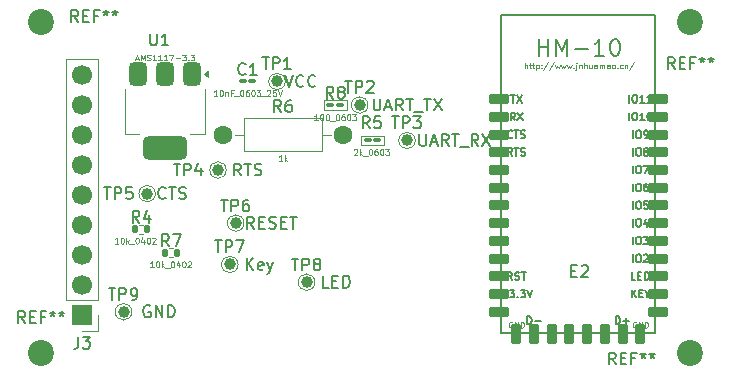
<source format=gbr>
%TF.GenerationSoftware,KiCad,Pcbnew,9.0.7-9.0.7~ubuntu24.04.1*%
%TF.CreationDate,2026-02-13T06:42:11+01:00*%
%TF.ProjectId,diagram_wirering,64696167-7261-46d5-9f77-69726572696e,rev?*%
%TF.SameCoordinates,Original*%
%TF.FileFunction,Soldermask,Top*%
%TF.FilePolarity,Negative*%
%FSLAX46Y46*%
G04 Gerber Fmt 4.6, Leading zero omitted, Abs format (unit mm)*
G04 Created by KiCad (PCBNEW 9.0.7-9.0.7~ubuntu24.04.1) date 2026-02-13 06:42:11*
%MOMM*%
%LPD*%
G01*
G04 APERTURE LIST*
G04 Aperture macros list*
%AMRoundRect*
0 Rectangle with rounded corners*
0 $1 Rounding radius*
0 $2 $3 $4 $5 $6 $7 $8 $9 X,Y pos of 4 corners*
0 Add a 4 corners polygon primitive as box body*
4,1,4,$2,$3,$4,$5,$6,$7,$8,$9,$2,$3,0*
0 Add four circle primitives for the rounded corners*
1,1,$1+$1,$2,$3*
1,1,$1+$1,$4,$5*
1,1,$1+$1,$6,$7*
1,1,$1+$1,$8,$9*
0 Add four rect primitives between the rounded corners*
20,1,$1+$1,$2,$3,$4,$5,0*
20,1,$1+$1,$4,$5,$6,$7,0*
20,1,$1+$1,$6,$7,$8,$9,0*
20,1,$1+$1,$8,$9,$2,$3,0*%
G04 Aperture macros list end*
%ADD10C,2.200000*%
%ADD11C,1.000000*%
%ADD12RoundRect,0.102000X-0.750000X-0.317500X0.750000X-0.317500X0.750000X0.317500X-0.750000X0.317500X0*%
%ADD13RoundRect,0.102000X-0.317500X-0.750000X0.317500X-0.750000X0.317500X0.750000X-0.317500X0.750000X0*%
%ADD14RoundRect,0.375000X-0.375000X0.625000X-0.375000X-0.625000X0.375000X-0.625000X0.375000X0.625000X0*%
%ADD15RoundRect,0.500000X-1.400000X0.500000X-1.400000X-0.500000X1.400000X-0.500000X1.400000X0.500000X0*%
%ADD16RoundRect,0.100000X-0.217500X-0.100000X0.217500X-0.100000X0.217500X0.100000X-0.217500X0.100000X0*%
%ADD17RoundRect,0.135000X-0.135000X-0.185000X0.135000X-0.185000X0.135000X0.185000X-0.135000X0.185000X0*%
%ADD18C,1.600000*%
%ADD19R,1.700000X1.700000*%
%ADD20C,1.700000*%
%ADD21C,0.150000*%
%ADD22C,0.120000*%
%ADD23C,0.100000*%
%ADD24C,0.127000*%
G04 APERTURE END LIST*
D10*
%TO.C,REF\u002A\u002A*%
X57500000Y-45000000D03*
%TD*%
%TO.C,REF\u002A\u002A*%
X112500000Y-45000000D03*
%TD*%
%TO.C,REF\u002A\u002A*%
X112500000Y-17000000D03*
%TD*%
%TO.C,REF\u002A\u002A*%
X57500000Y-17000000D03*
%TD*%
D11*
%TO.C,TP2*%
X84500000Y-24000000D03*
%TD*%
%TO.C,TP3*%
X88500000Y-27000000D03*
%TD*%
%TO.C,TP4*%
X72500000Y-29500000D03*
%TD*%
%TO.C,TP5*%
X66500000Y-31500000D03*
%TD*%
%TO.C,TP1*%
X77500000Y-22000000D03*
%TD*%
D12*
%TO.C,E2*%
X96250000Y-23500000D03*
X96250000Y-25000000D03*
X96250000Y-26500000D03*
X96250000Y-28000000D03*
X96250000Y-29500000D03*
X96250000Y-31000000D03*
X96250000Y-32500000D03*
X96250000Y-34000000D03*
X96250000Y-35500000D03*
X96250000Y-37000000D03*
X96250000Y-38500000D03*
X96250000Y-40000000D03*
X96250000Y-41500000D03*
D13*
X97750000Y-43375000D03*
X99250000Y-43375000D03*
X100750000Y-43375000D03*
X102250000Y-43375000D03*
X103750000Y-43375000D03*
X105250000Y-43375000D03*
X106750000Y-43375000D03*
X108250000Y-43375000D03*
D12*
X109750000Y-41500000D03*
X109750000Y-40000000D03*
X109750000Y-38500000D03*
X109750000Y-37000000D03*
X109750000Y-35500000D03*
X109750000Y-34000000D03*
X109750000Y-32500000D03*
X109750000Y-31000000D03*
X109750000Y-29500000D03*
X109750000Y-28000000D03*
X109750000Y-26500000D03*
X109750000Y-25000000D03*
X109750000Y-23500000D03*
%TD*%
D14*
%TO.C,U1*%
X65700000Y-21350000D03*
D15*
X68000000Y-27650000D03*
D14*
X68000000Y-21350000D03*
X70300000Y-21350000D03*
%TD*%
D11*
%TO.C,TP9*%
X64500000Y-41500000D03*
%TD*%
%TO.C,TP8*%
X80000000Y-39000000D03*
%TD*%
%TO.C,TP7*%
X73500000Y-37500000D03*
%TD*%
%TO.C,TP6*%
X74000000Y-34000000D03*
%TD*%
D16*
%TO.C,R8*%
X82840000Y-24000000D03*
X82025000Y-24000000D03*
%TD*%
D17*
%TO.C,R7*%
X67990000Y-36500000D03*
X69010000Y-36500000D03*
%TD*%
D18*
%TO.C,R6*%
X72920000Y-26500000D03*
X83080000Y-26500000D03*
%TD*%
D16*
%TO.C,R5*%
X85975000Y-27000000D03*
X85160000Y-27000000D03*
%TD*%
D17*
%TO.C,R4*%
X65490000Y-34500000D03*
X66510000Y-34500000D03*
%TD*%
D19*
%TO.C,J3*%
X61000000Y-41780000D03*
D20*
X61000000Y-39240000D03*
X61000000Y-36700000D03*
X61000000Y-34160000D03*
X61000000Y-31620000D03*
X61000000Y-29080000D03*
X61000000Y-26540000D03*
X61000000Y-24000000D03*
X61000000Y-21460000D03*
%TD*%
D16*
%TO.C,C1*%
X74592500Y-22000000D03*
X75407500Y-22000000D03*
%TD*%
D21*
X56166666Y-42454819D02*
X55833333Y-41978628D01*
X55595238Y-42454819D02*
X55595238Y-41454819D01*
X55595238Y-41454819D02*
X55976190Y-41454819D01*
X55976190Y-41454819D02*
X56071428Y-41502438D01*
X56071428Y-41502438D02*
X56119047Y-41550057D01*
X56119047Y-41550057D02*
X56166666Y-41645295D01*
X56166666Y-41645295D02*
X56166666Y-41788152D01*
X56166666Y-41788152D02*
X56119047Y-41883390D01*
X56119047Y-41883390D02*
X56071428Y-41931009D01*
X56071428Y-41931009D02*
X55976190Y-41978628D01*
X55976190Y-41978628D02*
X55595238Y-41978628D01*
X56595238Y-41931009D02*
X56928571Y-41931009D01*
X57071428Y-42454819D02*
X56595238Y-42454819D01*
X56595238Y-42454819D02*
X56595238Y-41454819D01*
X56595238Y-41454819D02*
X57071428Y-41454819D01*
X57833333Y-41931009D02*
X57500000Y-41931009D01*
X57500000Y-42454819D02*
X57500000Y-41454819D01*
X57500000Y-41454819D02*
X57976190Y-41454819D01*
X58500000Y-41454819D02*
X58500000Y-41692914D01*
X58261905Y-41597676D02*
X58500000Y-41692914D01*
X58500000Y-41692914D02*
X58738095Y-41597676D01*
X58357143Y-41883390D02*
X58500000Y-41692914D01*
X58500000Y-41692914D02*
X58642857Y-41883390D01*
X59261905Y-41454819D02*
X59261905Y-41692914D01*
X59023810Y-41597676D02*
X59261905Y-41692914D01*
X59261905Y-41692914D02*
X59500000Y-41597676D01*
X59119048Y-41883390D02*
X59261905Y-41692914D01*
X59261905Y-41692914D02*
X59404762Y-41883390D01*
X106166666Y-45954819D02*
X105833333Y-45478628D01*
X105595238Y-45954819D02*
X105595238Y-44954819D01*
X105595238Y-44954819D02*
X105976190Y-44954819D01*
X105976190Y-44954819D02*
X106071428Y-45002438D01*
X106071428Y-45002438D02*
X106119047Y-45050057D01*
X106119047Y-45050057D02*
X106166666Y-45145295D01*
X106166666Y-45145295D02*
X106166666Y-45288152D01*
X106166666Y-45288152D02*
X106119047Y-45383390D01*
X106119047Y-45383390D02*
X106071428Y-45431009D01*
X106071428Y-45431009D02*
X105976190Y-45478628D01*
X105976190Y-45478628D02*
X105595238Y-45478628D01*
X106595238Y-45431009D02*
X106928571Y-45431009D01*
X107071428Y-45954819D02*
X106595238Y-45954819D01*
X106595238Y-45954819D02*
X106595238Y-44954819D01*
X106595238Y-44954819D02*
X107071428Y-44954819D01*
X107833333Y-45431009D02*
X107500000Y-45431009D01*
X107500000Y-45954819D02*
X107500000Y-44954819D01*
X107500000Y-44954819D02*
X107976190Y-44954819D01*
X108500000Y-44954819D02*
X108500000Y-45192914D01*
X108261905Y-45097676D02*
X108500000Y-45192914D01*
X108500000Y-45192914D02*
X108738095Y-45097676D01*
X108357143Y-45383390D02*
X108500000Y-45192914D01*
X108500000Y-45192914D02*
X108642857Y-45383390D01*
X109261905Y-44954819D02*
X109261905Y-45192914D01*
X109023810Y-45097676D02*
X109261905Y-45192914D01*
X109261905Y-45192914D02*
X109500000Y-45097676D01*
X109119048Y-45383390D02*
X109261905Y-45192914D01*
X109261905Y-45192914D02*
X109404762Y-45383390D01*
X111166666Y-20954819D02*
X110833333Y-20478628D01*
X110595238Y-20954819D02*
X110595238Y-19954819D01*
X110595238Y-19954819D02*
X110976190Y-19954819D01*
X110976190Y-19954819D02*
X111071428Y-20002438D01*
X111071428Y-20002438D02*
X111119047Y-20050057D01*
X111119047Y-20050057D02*
X111166666Y-20145295D01*
X111166666Y-20145295D02*
X111166666Y-20288152D01*
X111166666Y-20288152D02*
X111119047Y-20383390D01*
X111119047Y-20383390D02*
X111071428Y-20431009D01*
X111071428Y-20431009D02*
X110976190Y-20478628D01*
X110976190Y-20478628D02*
X110595238Y-20478628D01*
X111595238Y-20431009D02*
X111928571Y-20431009D01*
X112071428Y-20954819D02*
X111595238Y-20954819D01*
X111595238Y-20954819D02*
X111595238Y-19954819D01*
X111595238Y-19954819D02*
X112071428Y-19954819D01*
X112833333Y-20431009D02*
X112500000Y-20431009D01*
X112500000Y-20954819D02*
X112500000Y-19954819D01*
X112500000Y-19954819D02*
X112976190Y-19954819D01*
X113500000Y-19954819D02*
X113500000Y-20192914D01*
X113261905Y-20097676D02*
X113500000Y-20192914D01*
X113500000Y-20192914D02*
X113738095Y-20097676D01*
X113357143Y-20383390D02*
X113500000Y-20192914D01*
X113500000Y-20192914D02*
X113642857Y-20383390D01*
X114261905Y-19954819D02*
X114261905Y-20192914D01*
X114023810Y-20097676D02*
X114261905Y-20192914D01*
X114261905Y-20192914D02*
X114500000Y-20097676D01*
X114119048Y-20383390D02*
X114261905Y-20192914D01*
X114261905Y-20192914D02*
X114404762Y-20383390D01*
X60666666Y-16954819D02*
X60333333Y-16478628D01*
X60095238Y-16954819D02*
X60095238Y-15954819D01*
X60095238Y-15954819D02*
X60476190Y-15954819D01*
X60476190Y-15954819D02*
X60571428Y-16002438D01*
X60571428Y-16002438D02*
X60619047Y-16050057D01*
X60619047Y-16050057D02*
X60666666Y-16145295D01*
X60666666Y-16145295D02*
X60666666Y-16288152D01*
X60666666Y-16288152D02*
X60619047Y-16383390D01*
X60619047Y-16383390D02*
X60571428Y-16431009D01*
X60571428Y-16431009D02*
X60476190Y-16478628D01*
X60476190Y-16478628D02*
X60095238Y-16478628D01*
X61095238Y-16431009D02*
X61428571Y-16431009D01*
X61571428Y-16954819D02*
X61095238Y-16954819D01*
X61095238Y-16954819D02*
X61095238Y-15954819D01*
X61095238Y-15954819D02*
X61571428Y-15954819D01*
X62333333Y-16431009D02*
X62000000Y-16431009D01*
X62000000Y-16954819D02*
X62000000Y-15954819D01*
X62000000Y-15954819D02*
X62476190Y-15954819D01*
X63000000Y-15954819D02*
X63000000Y-16192914D01*
X62761905Y-16097676D02*
X63000000Y-16192914D01*
X63000000Y-16192914D02*
X63238095Y-16097676D01*
X62857143Y-16383390D02*
X63000000Y-16192914D01*
X63000000Y-16192914D02*
X63142857Y-16383390D01*
X63761905Y-15954819D02*
X63761905Y-16192914D01*
X63523810Y-16097676D02*
X63761905Y-16192914D01*
X63761905Y-16192914D02*
X64000000Y-16097676D01*
X63619048Y-16383390D02*
X63761905Y-16192914D01*
X63761905Y-16192914D02*
X63904762Y-16383390D01*
X83238095Y-21956819D02*
X83809523Y-21956819D01*
X83523809Y-22956819D02*
X83523809Y-21956819D01*
X84142857Y-22956819D02*
X84142857Y-21956819D01*
X84142857Y-21956819D02*
X84523809Y-21956819D01*
X84523809Y-21956819D02*
X84619047Y-22004438D01*
X84619047Y-22004438D02*
X84666666Y-22052057D01*
X84666666Y-22052057D02*
X84714285Y-22147295D01*
X84714285Y-22147295D02*
X84714285Y-22290152D01*
X84714285Y-22290152D02*
X84666666Y-22385390D01*
X84666666Y-22385390D02*
X84619047Y-22433009D01*
X84619047Y-22433009D02*
X84523809Y-22480628D01*
X84523809Y-22480628D02*
X84142857Y-22480628D01*
X85095238Y-22052057D02*
X85142857Y-22004438D01*
X85142857Y-22004438D02*
X85238095Y-21956819D01*
X85238095Y-21956819D02*
X85476190Y-21956819D01*
X85476190Y-21956819D02*
X85571428Y-22004438D01*
X85571428Y-22004438D02*
X85619047Y-22052057D01*
X85619047Y-22052057D02*
X85666666Y-22147295D01*
X85666666Y-22147295D02*
X85666666Y-22242533D01*
X85666666Y-22242533D02*
X85619047Y-22385390D01*
X85619047Y-22385390D02*
X85047619Y-22956819D01*
X85047619Y-22956819D02*
X85666666Y-22956819D01*
X85666666Y-23454819D02*
X85666666Y-24264342D01*
X85666666Y-24264342D02*
X85714285Y-24359580D01*
X85714285Y-24359580D02*
X85761904Y-24407200D01*
X85761904Y-24407200D02*
X85857142Y-24454819D01*
X85857142Y-24454819D02*
X86047618Y-24454819D01*
X86047618Y-24454819D02*
X86142856Y-24407200D01*
X86142856Y-24407200D02*
X86190475Y-24359580D01*
X86190475Y-24359580D02*
X86238094Y-24264342D01*
X86238094Y-24264342D02*
X86238094Y-23454819D01*
X86666666Y-24169104D02*
X87142856Y-24169104D01*
X86571428Y-24454819D02*
X86904761Y-23454819D01*
X86904761Y-23454819D02*
X87238094Y-24454819D01*
X88142856Y-24454819D02*
X87809523Y-23978628D01*
X87571428Y-24454819D02*
X87571428Y-23454819D01*
X87571428Y-23454819D02*
X87952380Y-23454819D01*
X87952380Y-23454819D02*
X88047618Y-23502438D01*
X88047618Y-23502438D02*
X88095237Y-23550057D01*
X88095237Y-23550057D02*
X88142856Y-23645295D01*
X88142856Y-23645295D02*
X88142856Y-23788152D01*
X88142856Y-23788152D02*
X88095237Y-23883390D01*
X88095237Y-23883390D02*
X88047618Y-23931009D01*
X88047618Y-23931009D02*
X87952380Y-23978628D01*
X87952380Y-23978628D02*
X87571428Y-23978628D01*
X88428571Y-23454819D02*
X88999999Y-23454819D01*
X88714285Y-24454819D02*
X88714285Y-23454819D01*
X89095238Y-24550057D02*
X89857142Y-24550057D01*
X89952381Y-23454819D02*
X90523809Y-23454819D01*
X90238095Y-24454819D02*
X90238095Y-23454819D01*
X90761905Y-23454819D02*
X91428571Y-24454819D01*
X91428571Y-23454819D02*
X90761905Y-24454819D01*
X87238095Y-24956819D02*
X87809523Y-24956819D01*
X87523809Y-25956819D02*
X87523809Y-24956819D01*
X88142857Y-25956819D02*
X88142857Y-24956819D01*
X88142857Y-24956819D02*
X88523809Y-24956819D01*
X88523809Y-24956819D02*
X88619047Y-25004438D01*
X88619047Y-25004438D02*
X88666666Y-25052057D01*
X88666666Y-25052057D02*
X88714285Y-25147295D01*
X88714285Y-25147295D02*
X88714285Y-25290152D01*
X88714285Y-25290152D02*
X88666666Y-25385390D01*
X88666666Y-25385390D02*
X88619047Y-25433009D01*
X88619047Y-25433009D02*
X88523809Y-25480628D01*
X88523809Y-25480628D02*
X88142857Y-25480628D01*
X89047619Y-24956819D02*
X89666666Y-24956819D01*
X89666666Y-24956819D02*
X89333333Y-25337771D01*
X89333333Y-25337771D02*
X89476190Y-25337771D01*
X89476190Y-25337771D02*
X89571428Y-25385390D01*
X89571428Y-25385390D02*
X89619047Y-25433009D01*
X89619047Y-25433009D02*
X89666666Y-25528247D01*
X89666666Y-25528247D02*
X89666666Y-25766342D01*
X89666666Y-25766342D02*
X89619047Y-25861580D01*
X89619047Y-25861580D02*
X89571428Y-25909200D01*
X89571428Y-25909200D02*
X89476190Y-25956819D01*
X89476190Y-25956819D02*
X89190476Y-25956819D01*
X89190476Y-25956819D02*
X89095238Y-25909200D01*
X89095238Y-25909200D02*
X89047619Y-25861580D01*
X89547619Y-26454819D02*
X89547619Y-27264342D01*
X89547619Y-27264342D02*
X89595238Y-27359580D01*
X89595238Y-27359580D02*
X89642857Y-27407200D01*
X89642857Y-27407200D02*
X89738095Y-27454819D01*
X89738095Y-27454819D02*
X89928571Y-27454819D01*
X89928571Y-27454819D02*
X90023809Y-27407200D01*
X90023809Y-27407200D02*
X90071428Y-27359580D01*
X90071428Y-27359580D02*
X90119047Y-27264342D01*
X90119047Y-27264342D02*
X90119047Y-26454819D01*
X90547619Y-27169104D02*
X91023809Y-27169104D01*
X90452381Y-27454819D02*
X90785714Y-26454819D01*
X90785714Y-26454819D02*
X91119047Y-27454819D01*
X92023809Y-27454819D02*
X91690476Y-26978628D01*
X91452381Y-27454819D02*
X91452381Y-26454819D01*
X91452381Y-26454819D02*
X91833333Y-26454819D01*
X91833333Y-26454819D02*
X91928571Y-26502438D01*
X91928571Y-26502438D02*
X91976190Y-26550057D01*
X91976190Y-26550057D02*
X92023809Y-26645295D01*
X92023809Y-26645295D02*
X92023809Y-26788152D01*
X92023809Y-26788152D02*
X91976190Y-26883390D01*
X91976190Y-26883390D02*
X91928571Y-26931009D01*
X91928571Y-26931009D02*
X91833333Y-26978628D01*
X91833333Y-26978628D02*
X91452381Y-26978628D01*
X92309524Y-26454819D02*
X92880952Y-26454819D01*
X92595238Y-27454819D02*
X92595238Y-26454819D01*
X92976191Y-27550057D02*
X93738095Y-27550057D01*
X94547619Y-27454819D02*
X94214286Y-26978628D01*
X93976191Y-27454819D02*
X93976191Y-26454819D01*
X93976191Y-26454819D02*
X94357143Y-26454819D01*
X94357143Y-26454819D02*
X94452381Y-26502438D01*
X94452381Y-26502438D02*
X94500000Y-26550057D01*
X94500000Y-26550057D02*
X94547619Y-26645295D01*
X94547619Y-26645295D02*
X94547619Y-26788152D01*
X94547619Y-26788152D02*
X94500000Y-26883390D01*
X94500000Y-26883390D02*
X94452381Y-26931009D01*
X94452381Y-26931009D02*
X94357143Y-26978628D01*
X94357143Y-26978628D02*
X93976191Y-26978628D01*
X94880953Y-26454819D02*
X95547619Y-27454819D01*
X95547619Y-26454819D02*
X94880953Y-27454819D01*
X68738095Y-28956819D02*
X69309523Y-28956819D01*
X69023809Y-29956819D02*
X69023809Y-28956819D01*
X69642857Y-29956819D02*
X69642857Y-28956819D01*
X69642857Y-28956819D02*
X70023809Y-28956819D01*
X70023809Y-28956819D02*
X70119047Y-29004438D01*
X70119047Y-29004438D02*
X70166666Y-29052057D01*
X70166666Y-29052057D02*
X70214285Y-29147295D01*
X70214285Y-29147295D02*
X70214285Y-29290152D01*
X70214285Y-29290152D02*
X70166666Y-29385390D01*
X70166666Y-29385390D02*
X70119047Y-29433009D01*
X70119047Y-29433009D02*
X70023809Y-29480628D01*
X70023809Y-29480628D02*
X69642857Y-29480628D01*
X71071428Y-29290152D02*
X71071428Y-29956819D01*
X70833333Y-28909200D02*
X70595238Y-29623485D01*
X70595238Y-29623485D02*
X71214285Y-29623485D01*
X74452380Y-29954819D02*
X74119047Y-29478628D01*
X73880952Y-29954819D02*
X73880952Y-28954819D01*
X73880952Y-28954819D02*
X74261904Y-28954819D01*
X74261904Y-28954819D02*
X74357142Y-29002438D01*
X74357142Y-29002438D02*
X74404761Y-29050057D01*
X74404761Y-29050057D02*
X74452380Y-29145295D01*
X74452380Y-29145295D02*
X74452380Y-29288152D01*
X74452380Y-29288152D02*
X74404761Y-29383390D01*
X74404761Y-29383390D02*
X74357142Y-29431009D01*
X74357142Y-29431009D02*
X74261904Y-29478628D01*
X74261904Y-29478628D02*
X73880952Y-29478628D01*
X74738095Y-28954819D02*
X75309523Y-28954819D01*
X75023809Y-29954819D02*
X75023809Y-28954819D01*
X75595238Y-29907200D02*
X75738095Y-29954819D01*
X75738095Y-29954819D02*
X75976190Y-29954819D01*
X75976190Y-29954819D02*
X76071428Y-29907200D01*
X76071428Y-29907200D02*
X76119047Y-29859580D01*
X76119047Y-29859580D02*
X76166666Y-29764342D01*
X76166666Y-29764342D02*
X76166666Y-29669104D01*
X76166666Y-29669104D02*
X76119047Y-29573866D01*
X76119047Y-29573866D02*
X76071428Y-29526247D01*
X76071428Y-29526247D02*
X75976190Y-29478628D01*
X75976190Y-29478628D02*
X75785714Y-29431009D01*
X75785714Y-29431009D02*
X75690476Y-29383390D01*
X75690476Y-29383390D02*
X75642857Y-29335771D01*
X75642857Y-29335771D02*
X75595238Y-29240533D01*
X75595238Y-29240533D02*
X75595238Y-29145295D01*
X75595238Y-29145295D02*
X75642857Y-29050057D01*
X75642857Y-29050057D02*
X75690476Y-29002438D01*
X75690476Y-29002438D02*
X75785714Y-28954819D01*
X75785714Y-28954819D02*
X76023809Y-28954819D01*
X76023809Y-28954819D02*
X76166666Y-29002438D01*
X62846366Y-30956819D02*
X63417794Y-30956819D01*
X63132080Y-31956819D02*
X63132080Y-30956819D01*
X63751128Y-31956819D02*
X63751128Y-30956819D01*
X63751128Y-30956819D02*
X64132080Y-30956819D01*
X64132080Y-30956819D02*
X64227318Y-31004438D01*
X64227318Y-31004438D02*
X64274937Y-31052057D01*
X64274937Y-31052057D02*
X64322556Y-31147295D01*
X64322556Y-31147295D02*
X64322556Y-31290152D01*
X64322556Y-31290152D02*
X64274937Y-31385390D01*
X64274937Y-31385390D02*
X64227318Y-31433009D01*
X64227318Y-31433009D02*
X64132080Y-31480628D01*
X64132080Y-31480628D02*
X63751128Y-31480628D01*
X65227318Y-30956819D02*
X64751128Y-30956819D01*
X64751128Y-30956819D02*
X64703509Y-31433009D01*
X64703509Y-31433009D02*
X64751128Y-31385390D01*
X64751128Y-31385390D02*
X64846366Y-31337771D01*
X64846366Y-31337771D02*
X65084461Y-31337771D01*
X65084461Y-31337771D02*
X65179699Y-31385390D01*
X65179699Y-31385390D02*
X65227318Y-31433009D01*
X65227318Y-31433009D02*
X65274937Y-31528247D01*
X65274937Y-31528247D02*
X65274937Y-31766342D01*
X65274937Y-31766342D02*
X65227318Y-31861580D01*
X65227318Y-31861580D02*
X65179699Y-31909200D01*
X65179699Y-31909200D02*
X65084461Y-31956819D01*
X65084461Y-31956819D02*
X64846366Y-31956819D01*
X64846366Y-31956819D02*
X64751128Y-31909200D01*
X64751128Y-31909200D02*
X64703509Y-31861580D01*
X68060651Y-31859580D02*
X68013032Y-31907200D01*
X68013032Y-31907200D02*
X67870175Y-31954819D01*
X67870175Y-31954819D02*
X67774937Y-31954819D01*
X67774937Y-31954819D02*
X67632080Y-31907200D01*
X67632080Y-31907200D02*
X67536842Y-31811961D01*
X67536842Y-31811961D02*
X67489223Y-31716723D01*
X67489223Y-31716723D02*
X67441604Y-31526247D01*
X67441604Y-31526247D02*
X67441604Y-31383390D01*
X67441604Y-31383390D02*
X67489223Y-31192914D01*
X67489223Y-31192914D02*
X67536842Y-31097676D01*
X67536842Y-31097676D02*
X67632080Y-31002438D01*
X67632080Y-31002438D02*
X67774937Y-30954819D01*
X67774937Y-30954819D02*
X67870175Y-30954819D01*
X67870175Y-30954819D02*
X68013032Y-31002438D01*
X68013032Y-31002438D02*
X68060651Y-31050057D01*
X68346366Y-30954819D02*
X68917794Y-30954819D01*
X68632080Y-31954819D02*
X68632080Y-30954819D01*
X69203509Y-31907200D02*
X69346366Y-31954819D01*
X69346366Y-31954819D02*
X69584461Y-31954819D01*
X69584461Y-31954819D02*
X69679699Y-31907200D01*
X69679699Y-31907200D02*
X69727318Y-31859580D01*
X69727318Y-31859580D02*
X69774937Y-31764342D01*
X69774937Y-31764342D02*
X69774937Y-31669104D01*
X69774937Y-31669104D02*
X69727318Y-31573866D01*
X69727318Y-31573866D02*
X69679699Y-31526247D01*
X69679699Y-31526247D02*
X69584461Y-31478628D01*
X69584461Y-31478628D02*
X69393985Y-31431009D01*
X69393985Y-31431009D02*
X69298747Y-31383390D01*
X69298747Y-31383390D02*
X69251128Y-31335771D01*
X69251128Y-31335771D02*
X69203509Y-31240533D01*
X69203509Y-31240533D02*
X69203509Y-31145295D01*
X69203509Y-31145295D02*
X69251128Y-31050057D01*
X69251128Y-31050057D02*
X69298747Y-31002438D01*
X69298747Y-31002438D02*
X69393985Y-30954819D01*
X69393985Y-30954819D02*
X69632080Y-30954819D01*
X69632080Y-30954819D02*
X69774937Y-31002438D01*
X76238095Y-19954819D02*
X76809523Y-19954819D01*
X76523809Y-20954819D02*
X76523809Y-19954819D01*
X77142857Y-20954819D02*
X77142857Y-19954819D01*
X77142857Y-19954819D02*
X77523809Y-19954819D01*
X77523809Y-19954819D02*
X77619047Y-20002438D01*
X77619047Y-20002438D02*
X77666666Y-20050057D01*
X77666666Y-20050057D02*
X77714285Y-20145295D01*
X77714285Y-20145295D02*
X77714285Y-20288152D01*
X77714285Y-20288152D02*
X77666666Y-20383390D01*
X77666666Y-20383390D02*
X77619047Y-20431009D01*
X77619047Y-20431009D02*
X77523809Y-20478628D01*
X77523809Y-20478628D02*
X77142857Y-20478628D01*
X78666666Y-20954819D02*
X78095238Y-20954819D01*
X78380952Y-20954819D02*
X78380952Y-19954819D01*
X78380952Y-19954819D02*
X78285714Y-20097676D01*
X78285714Y-20097676D02*
X78190476Y-20192914D01*
X78190476Y-20192914D02*
X78095238Y-20240533D01*
X78166667Y-21454819D02*
X78500000Y-22454819D01*
X78500000Y-22454819D02*
X78833333Y-21454819D01*
X79738095Y-22359580D02*
X79690476Y-22407200D01*
X79690476Y-22407200D02*
X79547619Y-22454819D01*
X79547619Y-22454819D02*
X79452381Y-22454819D01*
X79452381Y-22454819D02*
X79309524Y-22407200D01*
X79309524Y-22407200D02*
X79214286Y-22311961D01*
X79214286Y-22311961D02*
X79166667Y-22216723D01*
X79166667Y-22216723D02*
X79119048Y-22026247D01*
X79119048Y-22026247D02*
X79119048Y-21883390D01*
X79119048Y-21883390D02*
X79166667Y-21692914D01*
X79166667Y-21692914D02*
X79214286Y-21597676D01*
X79214286Y-21597676D02*
X79309524Y-21502438D01*
X79309524Y-21502438D02*
X79452381Y-21454819D01*
X79452381Y-21454819D02*
X79547619Y-21454819D01*
X79547619Y-21454819D02*
X79690476Y-21502438D01*
X79690476Y-21502438D02*
X79738095Y-21550057D01*
X80738095Y-22359580D02*
X80690476Y-22407200D01*
X80690476Y-22407200D02*
X80547619Y-22454819D01*
X80547619Y-22454819D02*
X80452381Y-22454819D01*
X80452381Y-22454819D02*
X80309524Y-22407200D01*
X80309524Y-22407200D02*
X80214286Y-22311961D01*
X80214286Y-22311961D02*
X80166667Y-22216723D01*
X80166667Y-22216723D02*
X80119048Y-22026247D01*
X80119048Y-22026247D02*
X80119048Y-21883390D01*
X80119048Y-21883390D02*
X80166667Y-21692914D01*
X80166667Y-21692914D02*
X80214286Y-21597676D01*
X80214286Y-21597676D02*
X80309524Y-21502438D01*
X80309524Y-21502438D02*
X80452381Y-21454819D01*
X80452381Y-21454819D02*
X80547619Y-21454819D01*
X80547619Y-21454819D02*
X80690476Y-21502438D01*
X80690476Y-21502438D02*
X80738095Y-21550057D01*
X102424524Y-38036009D02*
X102757857Y-38036009D01*
X102900714Y-38559819D02*
X102424524Y-38559819D01*
X102424524Y-38559819D02*
X102424524Y-37559819D01*
X102424524Y-37559819D02*
X102900714Y-37559819D01*
X103281667Y-37655057D02*
X103329286Y-37607438D01*
X103329286Y-37607438D02*
X103424524Y-37559819D01*
X103424524Y-37559819D02*
X103662619Y-37559819D01*
X103662619Y-37559819D02*
X103757857Y-37607438D01*
X103757857Y-37607438D02*
X103805476Y-37655057D01*
X103805476Y-37655057D02*
X103853095Y-37750295D01*
X103853095Y-37750295D02*
X103853095Y-37845533D01*
X103853095Y-37845533D02*
X103805476Y-37988390D01*
X103805476Y-37988390D02*
X103234048Y-38559819D01*
X103234048Y-38559819D02*
X103853095Y-38559819D01*
D22*
X98454285Y-20895817D02*
X98454285Y-20415817D01*
X98660000Y-20895817D02*
X98660000Y-20644388D01*
X98660000Y-20644388D02*
X98637142Y-20598674D01*
X98637142Y-20598674D02*
X98591428Y-20575817D01*
X98591428Y-20575817D02*
X98522857Y-20575817D01*
X98522857Y-20575817D02*
X98477142Y-20598674D01*
X98477142Y-20598674D02*
X98454285Y-20621531D01*
X98820000Y-20575817D02*
X99002857Y-20575817D01*
X98888571Y-20415817D02*
X98888571Y-20827245D01*
X98888571Y-20827245D02*
X98911428Y-20872960D01*
X98911428Y-20872960D02*
X98957143Y-20895817D01*
X98957143Y-20895817D02*
X99002857Y-20895817D01*
X99094286Y-20575817D02*
X99277143Y-20575817D01*
X99162857Y-20415817D02*
X99162857Y-20827245D01*
X99162857Y-20827245D02*
X99185714Y-20872960D01*
X99185714Y-20872960D02*
X99231429Y-20895817D01*
X99231429Y-20895817D02*
X99277143Y-20895817D01*
X99437143Y-20575817D02*
X99437143Y-21055817D01*
X99437143Y-20598674D02*
X99482858Y-20575817D01*
X99482858Y-20575817D02*
X99574286Y-20575817D01*
X99574286Y-20575817D02*
X99620000Y-20598674D01*
X99620000Y-20598674D02*
X99642858Y-20621531D01*
X99642858Y-20621531D02*
X99665715Y-20667245D01*
X99665715Y-20667245D02*
X99665715Y-20804388D01*
X99665715Y-20804388D02*
X99642858Y-20850102D01*
X99642858Y-20850102D02*
X99620000Y-20872960D01*
X99620000Y-20872960D02*
X99574286Y-20895817D01*
X99574286Y-20895817D02*
X99482858Y-20895817D01*
X99482858Y-20895817D02*
X99437143Y-20872960D01*
X99871429Y-20850102D02*
X99894286Y-20872960D01*
X99894286Y-20872960D02*
X99871429Y-20895817D01*
X99871429Y-20895817D02*
X99848572Y-20872960D01*
X99848572Y-20872960D02*
X99871429Y-20850102D01*
X99871429Y-20850102D02*
X99871429Y-20895817D01*
X99871429Y-20598674D02*
X99894286Y-20621531D01*
X99894286Y-20621531D02*
X99871429Y-20644388D01*
X99871429Y-20644388D02*
X99848572Y-20621531D01*
X99848572Y-20621531D02*
X99871429Y-20598674D01*
X99871429Y-20598674D02*
X99871429Y-20644388D01*
X100442857Y-20392960D02*
X100031429Y-21010102D01*
X100945714Y-20392960D02*
X100534286Y-21010102D01*
X101060000Y-20575817D02*
X101151429Y-20895817D01*
X101151429Y-20895817D02*
X101242857Y-20667245D01*
X101242857Y-20667245D02*
X101334286Y-20895817D01*
X101334286Y-20895817D02*
X101425714Y-20575817D01*
X101562857Y-20575817D02*
X101654286Y-20895817D01*
X101654286Y-20895817D02*
X101745714Y-20667245D01*
X101745714Y-20667245D02*
X101837143Y-20895817D01*
X101837143Y-20895817D02*
X101928571Y-20575817D01*
X102065714Y-20575817D02*
X102157143Y-20895817D01*
X102157143Y-20895817D02*
X102248571Y-20667245D01*
X102248571Y-20667245D02*
X102340000Y-20895817D01*
X102340000Y-20895817D02*
X102431428Y-20575817D01*
X102614285Y-20850102D02*
X102637142Y-20872960D01*
X102637142Y-20872960D02*
X102614285Y-20895817D01*
X102614285Y-20895817D02*
X102591428Y-20872960D01*
X102591428Y-20872960D02*
X102614285Y-20850102D01*
X102614285Y-20850102D02*
X102614285Y-20895817D01*
X102842856Y-20575817D02*
X102842856Y-20987245D01*
X102842856Y-20987245D02*
X102819999Y-21032960D01*
X102819999Y-21032960D02*
X102774285Y-21055817D01*
X102774285Y-21055817D02*
X102751428Y-21055817D01*
X102842856Y-20415817D02*
X102819999Y-20438674D01*
X102819999Y-20438674D02*
X102842856Y-20461531D01*
X102842856Y-20461531D02*
X102865713Y-20438674D01*
X102865713Y-20438674D02*
X102842856Y-20415817D01*
X102842856Y-20415817D02*
X102842856Y-20461531D01*
X103071427Y-20575817D02*
X103071427Y-20895817D01*
X103071427Y-20621531D02*
X103094284Y-20598674D01*
X103094284Y-20598674D02*
X103139999Y-20575817D01*
X103139999Y-20575817D02*
X103208570Y-20575817D01*
X103208570Y-20575817D02*
X103254284Y-20598674D01*
X103254284Y-20598674D02*
X103277142Y-20644388D01*
X103277142Y-20644388D02*
X103277142Y-20895817D01*
X103505713Y-20895817D02*
X103505713Y-20415817D01*
X103711428Y-20895817D02*
X103711428Y-20644388D01*
X103711428Y-20644388D02*
X103688570Y-20598674D01*
X103688570Y-20598674D02*
X103642856Y-20575817D01*
X103642856Y-20575817D02*
X103574285Y-20575817D01*
X103574285Y-20575817D02*
X103528570Y-20598674D01*
X103528570Y-20598674D02*
X103505713Y-20621531D01*
X104145714Y-20575817D02*
X104145714Y-20895817D01*
X103939999Y-20575817D02*
X103939999Y-20827245D01*
X103939999Y-20827245D02*
X103962856Y-20872960D01*
X103962856Y-20872960D02*
X104008571Y-20895817D01*
X104008571Y-20895817D02*
X104077142Y-20895817D01*
X104077142Y-20895817D02*
X104122856Y-20872960D01*
X104122856Y-20872960D02*
X104145714Y-20850102D01*
X104580000Y-20895817D02*
X104580000Y-20644388D01*
X104580000Y-20644388D02*
X104557142Y-20598674D01*
X104557142Y-20598674D02*
X104511428Y-20575817D01*
X104511428Y-20575817D02*
X104420000Y-20575817D01*
X104420000Y-20575817D02*
X104374285Y-20598674D01*
X104580000Y-20872960D02*
X104534285Y-20895817D01*
X104534285Y-20895817D02*
X104420000Y-20895817D01*
X104420000Y-20895817D02*
X104374285Y-20872960D01*
X104374285Y-20872960D02*
X104351428Y-20827245D01*
X104351428Y-20827245D02*
X104351428Y-20781531D01*
X104351428Y-20781531D02*
X104374285Y-20735817D01*
X104374285Y-20735817D02*
X104420000Y-20712960D01*
X104420000Y-20712960D02*
X104534285Y-20712960D01*
X104534285Y-20712960D02*
X104580000Y-20690102D01*
X104808571Y-20895817D02*
X104808571Y-20575817D01*
X104808571Y-20621531D02*
X104831428Y-20598674D01*
X104831428Y-20598674D02*
X104877143Y-20575817D01*
X104877143Y-20575817D02*
X104945714Y-20575817D01*
X104945714Y-20575817D02*
X104991428Y-20598674D01*
X104991428Y-20598674D02*
X105014286Y-20644388D01*
X105014286Y-20644388D02*
X105014286Y-20895817D01*
X105014286Y-20644388D02*
X105037143Y-20598674D01*
X105037143Y-20598674D02*
X105082857Y-20575817D01*
X105082857Y-20575817D02*
X105151428Y-20575817D01*
X105151428Y-20575817D02*
X105197143Y-20598674D01*
X105197143Y-20598674D02*
X105220000Y-20644388D01*
X105220000Y-20644388D02*
X105220000Y-20895817D01*
X105654286Y-20895817D02*
X105654286Y-20644388D01*
X105654286Y-20644388D02*
X105631428Y-20598674D01*
X105631428Y-20598674D02*
X105585714Y-20575817D01*
X105585714Y-20575817D02*
X105494286Y-20575817D01*
X105494286Y-20575817D02*
X105448571Y-20598674D01*
X105654286Y-20872960D02*
X105608571Y-20895817D01*
X105608571Y-20895817D02*
X105494286Y-20895817D01*
X105494286Y-20895817D02*
X105448571Y-20872960D01*
X105448571Y-20872960D02*
X105425714Y-20827245D01*
X105425714Y-20827245D02*
X105425714Y-20781531D01*
X105425714Y-20781531D02*
X105448571Y-20735817D01*
X105448571Y-20735817D02*
X105494286Y-20712960D01*
X105494286Y-20712960D02*
X105608571Y-20712960D01*
X105608571Y-20712960D02*
X105654286Y-20690102D01*
X105951429Y-20895817D02*
X105905714Y-20872960D01*
X105905714Y-20872960D02*
X105882857Y-20850102D01*
X105882857Y-20850102D02*
X105860000Y-20804388D01*
X105860000Y-20804388D02*
X105860000Y-20667245D01*
X105860000Y-20667245D02*
X105882857Y-20621531D01*
X105882857Y-20621531D02*
X105905714Y-20598674D01*
X105905714Y-20598674D02*
X105951429Y-20575817D01*
X105951429Y-20575817D02*
X106020000Y-20575817D01*
X106020000Y-20575817D02*
X106065714Y-20598674D01*
X106065714Y-20598674D02*
X106088572Y-20621531D01*
X106088572Y-20621531D02*
X106111429Y-20667245D01*
X106111429Y-20667245D02*
X106111429Y-20804388D01*
X106111429Y-20804388D02*
X106088572Y-20850102D01*
X106088572Y-20850102D02*
X106065714Y-20872960D01*
X106065714Y-20872960D02*
X106020000Y-20895817D01*
X106020000Y-20895817D02*
X105951429Y-20895817D01*
X106317143Y-20850102D02*
X106340000Y-20872960D01*
X106340000Y-20872960D02*
X106317143Y-20895817D01*
X106317143Y-20895817D02*
X106294286Y-20872960D01*
X106294286Y-20872960D02*
X106317143Y-20850102D01*
X106317143Y-20850102D02*
X106317143Y-20895817D01*
X106751429Y-20872960D02*
X106705714Y-20895817D01*
X106705714Y-20895817D02*
X106614286Y-20895817D01*
X106614286Y-20895817D02*
X106568571Y-20872960D01*
X106568571Y-20872960D02*
X106545714Y-20850102D01*
X106545714Y-20850102D02*
X106522857Y-20804388D01*
X106522857Y-20804388D02*
X106522857Y-20667245D01*
X106522857Y-20667245D02*
X106545714Y-20621531D01*
X106545714Y-20621531D02*
X106568571Y-20598674D01*
X106568571Y-20598674D02*
X106614286Y-20575817D01*
X106614286Y-20575817D02*
X106705714Y-20575817D01*
X106705714Y-20575817D02*
X106751429Y-20598674D01*
X106957143Y-20575817D02*
X106957143Y-20895817D01*
X106957143Y-20621531D02*
X106980000Y-20598674D01*
X106980000Y-20598674D02*
X107025715Y-20575817D01*
X107025715Y-20575817D02*
X107094286Y-20575817D01*
X107094286Y-20575817D02*
X107140000Y-20598674D01*
X107140000Y-20598674D02*
X107162858Y-20644388D01*
X107162858Y-20644388D02*
X107162858Y-20895817D01*
X107734286Y-20392960D02*
X107322858Y-21010102D01*
D21*
X97262381Y-23148276D02*
X97628095Y-23148276D01*
X97445238Y-23788276D02*
X97445238Y-23148276D01*
X97780476Y-23148276D02*
X98207143Y-23788276D01*
X98207143Y-23148276D02*
X97780476Y-23788276D01*
X97643333Y-25288276D02*
X97429999Y-24983514D01*
X97277618Y-25288276D02*
X97277618Y-24648276D01*
X97277618Y-24648276D02*
X97521428Y-24648276D01*
X97521428Y-24648276D02*
X97582380Y-24678752D01*
X97582380Y-24678752D02*
X97612857Y-24709228D01*
X97612857Y-24709228D02*
X97643333Y-24770180D01*
X97643333Y-24770180D02*
X97643333Y-24861609D01*
X97643333Y-24861609D02*
X97612857Y-24922561D01*
X97612857Y-24922561D02*
X97582380Y-24953038D01*
X97582380Y-24953038D02*
X97521428Y-24983514D01*
X97521428Y-24983514D02*
X97277618Y-24983514D01*
X97856666Y-24648276D02*
X98283333Y-25288276D01*
X98283333Y-24648276D02*
X97856666Y-25288276D01*
X97399524Y-26727323D02*
X97369048Y-26757800D01*
X97369048Y-26757800D02*
X97277619Y-26788276D01*
X97277619Y-26788276D02*
X97216667Y-26788276D01*
X97216667Y-26788276D02*
X97125238Y-26757800D01*
X97125238Y-26757800D02*
X97064286Y-26696847D01*
X97064286Y-26696847D02*
X97033809Y-26635895D01*
X97033809Y-26635895D02*
X97003333Y-26513990D01*
X97003333Y-26513990D02*
X97003333Y-26422561D01*
X97003333Y-26422561D02*
X97033809Y-26300657D01*
X97033809Y-26300657D02*
X97064286Y-26239704D01*
X97064286Y-26239704D02*
X97125238Y-26178752D01*
X97125238Y-26178752D02*
X97216667Y-26148276D01*
X97216667Y-26148276D02*
X97277619Y-26148276D01*
X97277619Y-26148276D02*
X97369048Y-26178752D01*
X97369048Y-26178752D02*
X97399524Y-26209228D01*
X97582381Y-26148276D02*
X97948095Y-26148276D01*
X97765238Y-26788276D02*
X97765238Y-26148276D01*
X98130952Y-26757800D02*
X98222381Y-26788276D01*
X98222381Y-26788276D02*
X98374762Y-26788276D01*
X98374762Y-26788276D02*
X98435714Y-26757800D01*
X98435714Y-26757800D02*
X98466190Y-26727323D01*
X98466190Y-26727323D02*
X98496667Y-26666371D01*
X98496667Y-26666371D02*
X98496667Y-26605419D01*
X98496667Y-26605419D02*
X98466190Y-26544466D01*
X98466190Y-26544466D02*
X98435714Y-26513990D01*
X98435714Y-26513990D02*
X98374762Y-26483514D01*
X98374762Y-26483514D02*
X98252857Y-26453038D01*
X98252857Y-26453038D02*
X98191905Y-26422561D01*
X98191905Y-26422561D02*
X98161428Y-26392085D01*
X98161428Y-26392085D02*
X98130952Y-26331133D01*
X98130952Y-26331133D02*
X98130952Y-26270180D01*
X98130952Y-26270180D02*
X98161428Y-26209228D01*
X98161428Y-26209228D02*
X98191905Y-26178752D01*
X98191905Y-26178752D02*
X98252857Y-26148276D01*
X98252857Y-26148276D02*
X98405238Y-26148276D01*
X98405238Y-26148276D02*
X98496667Y-26178752D01*
X97399524Y-28288276D02*
X97186190Y-27983514D01*
X97033809Y-28288276D02*
X97033809Y-27648276D01*
X97033809Y-27648276D02*
X97277619Y-27648276D01*
X97277619Y-27648276D02*
X97338571Y-27678752D01*
X97338571Y-27678752D02*
X97369048Y-27709228D01*
X97369048Y-27709228D02*
X97399524Y-27770180D01*
X97399524Y-27770180D02*
X97399524Y-27861609D01*
X97399524Y-27861609D02*
X97369048Y-27922561D01*
X97369048Y-27922561D02*
X97338571Y-27953038D01*
X97338571Y-27953038D02*
X97277619Y-27983514D01*
X97277619Y-27983514D02*
X97033809Y-27983514D01*
X97582381Y-27648276D02*
X97948095Y-27648276D01*
X97765238Y-28288276D02*
X97765238Y-27648276D01*
X98130952Y-28257800D02*
X98222381Y-28288276D01*
X98222381Y-28288276D02*
X98374762Y-28288276D01*
X98374762Y-28288276D02*
X98435714Y-28257800D01*
X98435714Y-28257800D02*
X98466190Y-28227323D01*
X98466190Y-28227323D02*
X98496667Y-28166371D01*
X98496667Y-28166371D02*
X98496667Y-28105419D01*
X98496667Y-28105419D02*
X98466190Y-28044466D01*
X98466190Y-28044466D02*
X98435714Y-28013990D01*
X98435714Y-28013990D02*
X98374762Y-27983514D01*
X98374762Y-27983514D02*
X98252857Y-27953038D01*
X98252857Y-27953038D02*
X98191905Y-27922561D01*
X98191905Y-27922561D02*
X98161428Y-27892085D01*
X98161428Y-27892085D02*
X98130952Y-27831133D01*
X98130952Y-27831133D02*
X98130952Y-27770180D01*
X98130952Y-27770180D02*
X98161428Y-27709228D01*
X98161428Y-27709228D02*
X98191905Y-27678752D01*
X98191905Y-27678752D02*
X98252857Y-27648276D01*
X98252857Y-27648276D02*
X98405238Y-27648276D01*
X98405238Y-27648276D02*
X98496667Y-27678752D01*
X97399524Y-38788276D02*
X97186190Y-38483514D01*
X97033809Y-38788276D02*
X97033809Y-38148276D01*
X97033809Y-38148276D02*
X97277619Y-38148276D01*
X97277619Y-38148276D02*
X97338571Y-38178752D01*
X97338571Y-38178752D02*
X97369048Y-38209228D01*
X97369048Y-38209228D02*
X97399524Y-38270180D01*
X97399524Y-38270180D02*
X97399524Y-38361609D01*
X97399524Y-38361609D02*
X97369048Y-38422561D01*
X97369048Y-38422561D02*
X97338571Y-38453038D01*
X97338571Y-38453038D02*
X97277619Y-38483514D01*
X97277619Y-38483514D02*
X97033809Y-38483514D01*
X97643333Y-38757800D02*
X97734762Y-38788276D01*
X97734762Y-38788276D02*
X97887143Y-38788276D01*
X97887143Y-38788276D02*
X97948095Y-38757800D01*
X97948095Y-38757800D02*
X97978571Y-38727323D01*
X97978571Y-38727323D02*
X98009048Y-38666371D01*
X98009048Y-38666371D02*
X98009048Y-38605419D01*
X98009048Y-38605419D02*
X97978571Y-38544466D01*
X97978571Y-38544466D02*
X97948095Y-38513990D01*
X97948095Y-38513990D02*
X97887143Y-38483514D01*
X97887143Y-38483514D02*
X97765238Y-38453038D01*
X97765238Y-38453038D02*
X97704286Y-38422561D01*
X97704286Y-38422561D02*
X97673809Y-38392085D01*
X97673809Y-38392085D02*
X97643333Y-38331133D01*
X97643333Y-38331133D02*
X97643333Y-38270180D01*
X97643333Y-38270180D02*
X97673809Y-38209228D01*
X97673809Y-38209228D02*
X97704286Y-38178752D01*
X97704286Y-38178752D02*
X97765238Y-38148276D01*
X97765238Y-38148276D02*
X97917619Y-38148276D01*
X97917619Y-38148276D02*
X98009048Y-38178752D01*
X98191905Y-38148276D02*
X98557619Y-38148276D01*
X98374762Y-38788276D02*
X98374762Y-38148276D01*
X96469999Y-40044466D02*
X96957619Y-40044466D01*
X96713809Y-40288276D02*
X96713809Y-39800657D01*
X97201428Y-39648276D02*
X97597619Y-39648276D01*
X97597619Y-39648276D02*
X97384285Y-39892085D01*
X97384285Y-39892085D02*
X97475714Y-39892085D01*
X97475714Y-39892085D02*
X97536666Y-39922561D01*
X97536666Y-39922561D02*
X97567142Y-39953038D01*
X97567142Y-39953038D02*
X97597619Y-40013990D01*
X97597619Y-40013990D02*
X97597619Y-40166371D01*
X97597619Y-40166371D02*
X97567142Y-40227323D01*
X97567142Y-40227323D02*
X97536666Y-40257800D01*
X97536666Y-40257800D02*
X97475714Y-40288276D01*
X97475714Y-40288276D02*
X97292857Y-40288276D01*
X97292857Y-40288276D02*
X97231904Y-40257800D01*
X97231904Y-40257800D02*
X97201428Y-40227323D01*
X97871904Y-40227323D02*
X97902381Y-40257800D01*
X97902381Y-40257800D02*
X97871904Y-40288276D01*
X97871904Y-40288276D02*
X97841428Y-40257800D01*
X97841428Y-40257800D02*
X97871904Y-40227323D01*
X97871904Y-40227323D02*
X97871904Y-40288276D01*
X98115714Y-39648276D02*
X98511905Y-39648276D01*
X98511905Y-39648276D02*
X98298571Y-39892085D01*
X98298571Y-39892085D02*
X98390000Y-39892085D01*
X98390000Y-39892085D02*
X98450952Y-39922561D01*
X98450952Y-39922561D02*
X98481428Y-39953038D01*
X98481428Y-39953038D02*
X98511905Y-40013990D01*
X98511905Y-40013990D02*
X98511905Y-40166371D01*
X98511905Y-40166371D02*
X98481428Y-40227323D01*
X98481428Y-40227323D02*
X98450952Y-40257800D01*
X98450952Y-40257800D02*
X98390000Y-40288276D01*
X98390000Y-40288276D02*
X98207143Y-40288276D01*
X98207143Y-40288276D02*
X98146190Y-40257800D01*
X98146190Y-40257800D02*
X98115714Y-40227323D01*
X98694762Y-39648276D02*
X98908095Y-40288276D01*
X98908095Y-40288276D02*
X99121429Y-39648276D01*
D22*
X97384286Y-42383674D02*
X97338572Y-42360817D01*
X97338572Y-42360817D02*
X97270000Y-42360817D01*
X97270000Y-42360817D02*
X97201429Y-42383674D01*
X97201429Y-42383674D02*
X97155714Y-42429388D01*
X97155714Y-42429388D02*
X97132857Y-42475102D01*
X97132857Y-42475102D02*
X97110000Y-42566531D01*
X97110000Y-42566531D02*
X97110000Y-42635102D01*
X97110000Y-42635102D02*
X97132857Y-42726531D01*
X97132857Y-42726531D02*
X97155714Y-42772245D01*
X97155714Y-42772245D02*
X97201429Y-42817960D01*
X97201429Y-42817960D02*
X97270000Y-42840817D01*
X97270000Y-42840817D02*
X97315714Y-42840817D01*
X97315714Y-42840817D02*
X97384286Y-42817960D01*
X97384286Y-42817960D02*
X97407143Y-42795102D01*
X97407143Y-42795102D02*
X97407143Y-42635102D01*
X97407143Y-42635102D02*
X97315714Y-42635102D01*
X97612857Y-42840817D02*
X97612857Y-42360817D01*
X97612857Y-42360817D02*
X97887143Y-42840817D01*
X97887143Y-42840817D02*
X97887143Y-42360817D01*
X98115714Y-42840817D02*
X98115714Y-42360817D01*
X98115714Y-42360817D02*
X98230000Y-42360817D01*
X98230000Y-42360817D02*
X98298571Y-42383674D01*
X98298571Y-42383674D02*
X98344286Y-42429388D01*
X98344286Y-42429388D02*
X98367143Y-42475102D01*
X98367143Y-42475102D02*
X98390000Y-42566531D01*
X98390000Y-42566531D02*
X98390000Y-42635102D01*
X98390000Y-42635102D02*
X98367143Y-42726531D01*
X98367143Y-42726531D02*
X98344286Y-42772245D01*
X98344286Y-42772245D02*
X98298571Y-42817960D01*
X98298571Y-42817960D02*
X98230000Y-42840817D01*
X98230000Y-42840817D02*
X98115714Y-42840817D01*
D21*
X98686190Y-42538276D02*
X98686190Y-41898276D01*
X98686190Y-41898276D02*
X98838571Y-41898276D01*
X98838571Y-41898276D02*
X98930000Y-41928752D01*
X98930000Y-41928752D02*
X98990952Y-41989704D01*
X98990952Y-41989704D02*
X99021429Y-42050657D01*
X99021429Y-42050657D02*
X99051905Y-42172561D01*
X99051905Y-42172561D02*
X99051905Y-42263990D01*
X99051905Y-42263990D02*
X99021429Y-42385895D01*
X99021429Y-42385895D02*
X98990952Y-42446847D01*
X98990952Y-42446847D02*
X98930000Y-42507800D01*
X98930000Y-42507800D02*
X98838571Y-42538276D01*
X98838571Y-42538276D02*
X98686190Y-42538276D01*
X99326190Y-42294466D02*
X99813810Y-42294466D01*
X106186190Y-42538276D02*
X106186190Y-41898276D01*
X106186190Y-41898276D02*
X106338571Y-41898276D01*
X106338571Y-41898276D02*
X106430000Y-41928752D01*
X106430000Y-41928752D02*
X106490952Y-41989704D01*
X106490952Y-41989704D02*
X106521429Y-42050657D01*
X106521429Y-42050657D02*
X106551905Y-42172561D01*
X106551905Y-42172561D02*
X106551905Y-42263990D01*
X106551905Y-42263990D02*
X106521429Y-42385895D01*
X106521429Y-42385895D02*
X106490952Y-42446847D01*
X106490952Y-42446847D02*
X106430000Y-42507800D01*
X106430000Y-42507800D02*
X106338571Y-42538276D01*
X106338571Y-42538276D02*
X106186190Y-42538276D01*
X106826190Y-42294466D02*
X107313810Y-42294466D01*
X107070000Y-42538276D02*
X107070000Y-42050657D01*
D22*
X107884286Y-42383674D02*
X107838572Y-42360817D01*
X107838572Y-42360817D02*
X107770000Y-42360817D01*
X107770000Y-42360817D02*
X107701429Y-42383674D01*
X107701429Y-42383674D02*
X107655714Y-42429388D01*
X107655714Y-42429388D02*
X107632857Y-42475102D01*
X107632857Y-42475102D02*
X107610000Y-42566531D01*
X107610000Y-42566531D02*
X107610000Y-42635102D01*
X107610000Y-42635102D02*
X107632857Y-42726531D01*
X107632857Y-42726531D02*
X107655714Y-42772245D01*
X107655714Y-42772245D02*
X107701429Y-42817960D01*
X107701429Y-42817960D02*
X107770000Y-42840817D01*
X107770000Y-42840817D02*
X107815714Y-42840817D01*
X107815714Y-42840817D02*
X107884286Y-42817960D01*
X107884286Y-42817960D02*
X107907143Y-42795102D01*
X107907143Y-42795102D02*
X107907143Y-42635102D01*
X107907143Y-42635102D02*
X107815714Y-42635102D01*
X108112857Y-42840817D02*
X108112857Y-42360817D01*
X108112857Y-42360817D02*
X108387143Y-42840817D01*
X108387143Y-42840817D02*
X108387143Y-42360817D01*
X108615714Y-42840817D02*
X108615714Y-42360817D01*
X108615714Y-42360817D02*
X108730000Y-42360817D01*
X108730000Y-42360817D02*
X108798571Y-42383674D01*
X108798571Y-42383674D02*
X108844286Y-42429388D01*
X108844286Y-42429388D02*
X108867143Y-42475102D01*
X108867143Y-42475102D02*
X108890000Y-42566531D01*
X108890000Y-42566531D02*
X108890000Y-42635102D01*
X108890000Y-42635102D02*
X108867143Y-42726531D01*
X108867143Y-42726531D02*
X108844286Y-42772245D01*
X108844286Y-42772245D02*
X108798571Y-42817960D01*
X108798571Y-42817960D02*
X108730000Y-42840817D01*
X108730000Y-42840817D02*
X108615714Y-42840817D01*
D21*
X107518571Y-40288276D02*
X107518571Y-39648276D01*
X107884286Y-40288276D02*
X107610000Y-39922561D01*
X107884286Y-39648276D02*
X107518571Y-40013990D01*
X108158571Y-39953038D02*
X108371905Y-39953038D01*
X108463333Y-40288276D02*
X108158571Y-40288276D01*
X108158571Y-40288276D02*
X108158571Y-39648276D01*
X108158571Y-39648276D02*
X108463333Y-39648276D01*
X108859524Y-39983514D02*
X108859524Y-40288276D01*
X108646191Y-39648276D02*
X108859524Y-39983514D01*
X108859524Y-39983514D02*
X109072858Y-39648276D01*
X107838571Y-38788276D02*
X107533809Y-38788276D01*
X107533809Y-38788276D02*
X107533809Y-38148276D01*
X108051904Y-38453038D02*
X108265238Y-38453038D01*
X108356666Y-38788276D02*
X108051904Y-38788276D01*
X108051904Y-38788276D02*
X108051904Y-38148276D01*
X108051904Y-38148276D02*
X108356666Y-38148276D01*
X108630952Y-38788276D02*
X108630952Y-38148276D01*
X108630952Y-38148276D02*
X108783333Y-38148276D01*
X108783333Y-38148276D02*
X108874762Y-38178752D01*
X108874762Y-38178752D02*
X108935714Y-38239704D01*
X108935714Y-38239704D02*
X108966191Y-38300657D01*
X108966191Y-38300657D02*
X108996667Y-38422561D01*
X108996667Y-38422561D02*
X108996667Y-38513990D01*
X108996667Y-38513990D02*
X108966191Y-38635895D01*
X108966191Y-38635895D02*
X108935714Y-38696847D01*
X108935714Y-38696847D02*
X108874762Y-38757800D01*
X108874762Y-38757800D02*
X108783333Y-38788276D01*
X108783333Y-38788276D02*
X108630952Y-38788276D01*
X107609999Y-37288276D02*
X107609999Y-36648276D01*
X108036666Y-36648276D02*
X108158571Y-36648276D01*
X108158571Y-36648276D02*
X108219523Y-36678752D01*
X108219523Y-36678752D02*
X108280476Y-36739704D01*
X108280476Y-36739704D02*
X108310952Y-36861609D01*
X108310952Y-36861609D02*
X108310952Y-37074942D01*
X108310952Y-37074942D02*
X108280476Y-37196847D01*
X108280476Y-37196847D02*
X108219523Y-37257800D01*
X108219523Y-37257800D02*
X108158571Y-37288276D01*
X108158571Y-37288276D02*
X108036666Y-37288276D01*
X108036666Y-37288276D02*
X107975714Y-37257800D01*
X107975714Y-37257800D02*
X107914761Y-37196847D01*
X107914761Y-37196847D02*
X107884285Y-37074942D01*
X107884285Y-37074942D02*
X107884285Y-36861609D01*
X107884285Y-36861609D02*
X107914761Y-36739704D01*
X107914761Y-36739704D02*
X107975714Y-36678752D01*
X107975714Y-36678752D02*
X108036666Y-36648276D01*
X108554761Y-36709228D02*
X108585237Y-36678752D01*
X108585237Y-36678752D02*
X108646190Y-36648276D01*
X108646190Y-36648276D02*
X108798571Y-36648276D01*
X108798571Y-36648276D02*
X108859523Y-36678752D01*
X108859523Y-36678752D02*
X108889999Y-36709228D01*
X108889999Y-36709228D02*
X108920476Y-36770180D01*
X108920476Y-36770180D02*
X108920476Y-36831133D01*
X108920476Y-36831133D02*
X108889999Y-36922561D01*
X108889999Y-36922561D02*
X108524285Y-37288276D01*
X108524285Y-37288276D02*
X108920476Y-37288276D01*
X107609999Y-35788276D02*
X107609999Y-35148276D01*
X108036666Y-35148276D02*
X108158571Y-35148276D01*
X108158571Y-35148276D02*
X108219523Y-35178752D01*
X108219523Y-35178752D02*
X108280476Y-35239704D01*
X108280476Y-35239704D02*
X108310952Y-35361609D01*
X108310952Y-35361609D02*
X108310952Y-35574942D01*
X108310952Y-35574942D02*
X108280476Y-35696847D01*
X108280476Y-35696847D02*
X108219523Y-35757800D01*
X108219523Y-35757800D02*
X108158571Y-35788276D01*
X108158571Y-35788276D02*
X108036666Y-35788276D01*
X108036666Y-35788276D02*
X107975714Y-35757800D01*
X107975714Y-35757800D02*
X107914761Y-35696847D01*
X107914761Y-35696847D02*
X107884285Y-35574942D01*
X107884285Y-35574942D02*
X107884285Y-35361609D01*
X107884285Y-35361609D02*
X107914761Y-35239704D01*
X107914761Y-35239704D02*
X107975714Y-35178752D01*
X107975714Y-35178752D02*
X108036666Y-35148276D01*
X108524285Y-35148276D02*
X108920476Y-35148276D01*
X108920476Y-35148276D02*
X108707142Y-35392085D01*
X108707142Y-35392085D02*
X108798571Y-35392085D01*
X108798571Y-35392085D02*
X108859523Y-35422561D01*
X108859523Y-35422561D02*
X108889999Y-35453038D01*
X108889999Y-35453038D02*
X108920476Y-35513990D01*
X108920476Y-35513990D02*
X108920476Y-35666371D01*
X108920476Y-35666371D02*
X108889999Y-35727323D01*
X108889999Y-35727323D02*
X108859523Y-35757800D01*
X108859523Y-35757800D02*
X108798571Y-35788276D01*
X108798571Y-35788276D02*
X108615714Y-35788276D01*
X108615714Y-35788276D02*
X108554761Y-35757800D01*
X108554761Y-35757800D02*
X108524285Y-35727323D01*
X107609999Y-34288276D02*
X107609999Y-33648276D01*
X108036666Y-33648276D02*
X108158571Y-33648276D01*
X108158571Y-33648276D02*
X108219523Y-33678752D01*
X108219523Y-33678752D02*
X108280476Y-33739704D01*
X108280476Y-33739704D02*
X108310952Y-33861609D01*
X108310952Y-33861609D02*
X108310952Y-34074942D01*
X108310952Y-34074942D02*
X108280476Y-34196847D01*
X108280476Y-34196847D02*
X108219523Y-34257800D01*
X108219523Y-34257800D02*
X108158571Y-34288276D01*
X108158571Y-34288276D02*
X108036666Y-34288276D01*
X108036666Y-34288276D02*
X107975714Y-34257800D01*
X107975714Y-34257800D02*
X107914761Y-34196847D01*
X107914761Y-34196847D02*
X107884285Y-34074942D01*
X107884285Y-34074942D02*
X107884285Y-33861609D01*
X107884285Y-33861609D02*
X107914761Y-33739704D01*
X107914761Y-33739704D02*
X107975714Y-33678752D01*
X107975714Y-33678752D02*
X108036666Y-33648276D01*
X108859523Y-33861609D02*
X108859523Y-34288276D01*
X108707142Y-33617800D02*
X108554761Y-34074942D01*
X108554761Y-34074942D02*
X108950952Y-34074942D01*
X107609999Y-32788276D02*
X107609999Y-32148276D01*
X108036666Y-32148276D02*
X108158571Y-32148276D01*
X108158571Y-32148276D02*
X108219523Y-32178752D01*
X108219523Y-32178752D02*
X108280476Y-32239704D01*
X108280476Y-32239704D02*
X108310952Y-32361609D01*
X108310952Y-32361609D02*
X108310952Y-32574942D01*
X108310952Y-32574942D02*
X108280476Y-32696847D01*
X108280476Y-32696847D02*
X108219523Y-32757800D01*
X108219523Y-32757800D02*
X108158571Y-32788276D01*
X108158571Y-32788276D02*
X108036666Y-32788276D01*
X108036666Y-32788276D02*
X107975714Y-32757800D01*
X107975714Y-32757800D02*
X107914761Y-32696847D01*
X107914761Y-32696847D02*
X107884285Y-32574942D01*
X107884285Y-32574942D02*
X107884285Y-32361609D01*
X107884285Y-32361609D02*
X107914761Y-32239704D01*
X107914761Y-32239704D02*
X107975714Y-32178752D01*
X107975714Y-32178752D02*
X108036666Y-32148276D01*
X108889999Y-32148276D02*
X108585237Y-32148276D01*
X108585237Y-32148276D02*
X108554761Y-32453038D01*
X108554761Y-32453038D02*
X108585237Y-32422561D01*
X108585237Y-32422561D02*
X108646190Y-32392085D01*
X108646190Y-32392085D02*
X108798571Y-32392085D01*
X108798571Y-32392085D02*
X108859523Y-32422561D01*
X108859523Y-32422561D02*
X108889999Y-32453038D01*
X108889999Y-32453038D02*
X108920476Y-32513990D01*
X108920476Y-32513990D02*
X108920476Y-32666371D01*
X108920476Y-32666371D02*
X108889999Y-32727323D01*
X108889999Y-32727323D02*
X108859523Y-32757800D01*
X108859523Y-32757800D02*
X108798571Y-32788276D01*
X108798571Y-32788276D02*
X108646190Y-32788276D01*
X108646190Y-32788276D02*
X108585237Y-32757800D01*
X108585237Y-32757800D02*
X108554761Y-32727323D01*
X107609999Y-31288276D02*
X107609999Y-30648276D01*
X108036666Y-30648276D02*
X108158571Y-30648276D01*
X108158571Y-30648276D02*
X108219523Y-30678752D01*
X108219523Y-30678752D02*
X108280476Y-30739704D01*
X108280476Y-30739704D02*
X108310952Y-30861609D01*
X108310952Y-30861609D02*
X108310952Y-31074942D01*
X108310952Y-31074942D02*
X108280476Y-31196847D01*
X108280476Y-31196847D02*
X108219523Y-31257800D01*
X108219523Y-31257800D02*
X108158571Y-31288276D01*
X108158571Y-31288276D02*
X108036666Y-31288276D01*
X108036666Y-31288276D02*
X107975714Y-31257800D01*
X107975714Y-31257800D02*
X107914761Y-31196847D01*
X107914761Y-31196847D02*
X107884285Y-31074942D01*
X107884285Y-31074942D02*
X107884285Y-30861609D01*
X107884285Y-30861609D02*
X107914761Y-30739704D01*
X107914761Y-30739704D02*
X107975714Y-30678752D01*
X107975714Y-30678752D02*
X108036666Y-30648276D01*
X108859523Y-30648276D02*
X108737618Y-30648276D01*
X108737618Y-30648276D02*
X108676666Y-30678752D01*
X108676666Y-30678752D02*
X108646190Y-30709228D01*
X108646190Y-30709228D02*
X108585237Y-30800657D01*
X108585237Y-30800657D02*
X108554761Y-30922561D01*
X108554761Y-30922561D02*
X108554761Y-31166371D01*
X108554761Y-31166371D02*
X108585237Y-31227323D01*
X108585237Y-31227323D02*
X108615714Y-31257800D01*
X108615714Y-31257800D02*
X108676666Y-31288276D01*
X108676666Y-31288276D02*
X108798571Y-31288276D01*
X108798571Y-31288276D02*
X108859523Y-31257800D01*
X108859523Y-31257800D02*
X108889999Y-31227323D01*
X108889999Y-31227323D02*
X108920476Y-31166371D01*
X108920476Y-31166371D02*
X108920476Y-31013990D01*
X108920476Y-31013990D02*
X108889999Y-30953038D01*
X108889999Y-30953038D02*
X108859523Y-30922561D01*
X108859523Y-30922561D02*
X108798571Y-30892085D01*
X108798571Y-30892085D02*
X108676666Y-30892085D01*
X108676666Y-30892085D02*
X108615714Y-30922561D01*
X108615714Y-30922561D02*
X108585237Y-30953038D01*
X108585237Y-30953038D02*
X108554761Y-31013990D01*
X107609999Y-29788276D02*
X107609999Y-29148276D01*
X108036666Y-29148276D02*
X108158571Y-29148276D01*
X108158571Y-29148276D02*
X108219523Y-29178752D01*
X108219523Y-29178752D02*
X108280476Y-29239704D01*
X108280476Y-29239704D02*
X108310952Y-29361609D01*
X108310952Y-29361609D02*
X108310952Y-29574942D01*
X108310952Y-29574942D02*
X108280476Y-29696847D01*
X108280476Y-29696847D02*
X108219523Y-29757800D01*
X108219523Y-29757800D02*
X108158571Y-29788276D01*
X108158571Y-29788276D02*
X108036666Y-29788276D01*
X108036666Y-29788276D02*
X107975714Y-29757800D01*
X107975714Y-29757800D02*
X107914761Y-29696847D01*
X107914761Y-29696847D02*
X107884285Y-29574942D01*
X107884285Y-29574942D02*
X107884285Y-29361609D01*
X107884285Y-29361609D02*
X107914761Y-29239704D01*
X107914761Y-29239704D02*
X107975714Y-29178752D01*
X107975714Y-29178752D02*
X108036666Y-29148276D01*
X108524285Y-29148276D02*
X108950952Y-29148276D01*
X108950952Y-29148276D02*
X108676666Y-29788276D01*
X107609999Y-28288276D02*
X107609999Y-27648276D01*
X108036666Y-27648276D02*
X108158571Y-27648276D01*
X108158571Y-27648276D02*
X108219523Y-27678752D01*
X108219523Y-27678752D02*
X108280476Y-27739704D01*
X108280476Y-27739704D02*
X108310952Y-27861609D01*
X108310952Y-27861609D02*
X108310952Y-28074942D01*
X108310952Y-28074942D02*
X108280476Y-28196847D01*
X108280476Y-28196847D02*
X108219523Y-28257800D01*
X108219523Y-28257800D02*
X108158571Y-28288276D01*
X108158571Y-28288276D02*
X108036666Y-28288276D01*
X108036666Y-28288276D02*
X107975714Y-28257800D01*
X107975714Y-28257800D02*
X107914761Y-28196847D01*
X107914761Y-28196847D02*
X107884285Y-28074942D01*
X107884285Y-28074942D02*
X107884285Y-27861609D01*
X107884285Y-27861609D02*
X107914761Y-27739704D01*
X107914761Y-27739704D02*
X107975714Y-27678752D01*
X107975714Y-27678752D02*
X108036666Y-27648276D01*
X108676666Y-27922561D02*
X108615714Y-27892085D01*
X108615714Y-27892085D02*
X108585237Y-27861609D01*
X108585237Y-27861609D02*
X108554761Y-27800657D01*
X108554761Y-27800657D02*
X108554761Y-27770180D01*
X108554761Y-27770180D02*
X108585237Y-27709228D01*
X108585237Y-27709228D02*
X108615714Y-27678752D01*
X108615714Y-27678752D02*
X108676666Y-27648276D01*
X108676666Y-27648276D02*
X108798571Y-27648276D01*
X108798571Y-27648276D02*
X108859523Y-27678752D01*
X108859523Y-27678752D02*
X108889999Y-27709228D01*
X108889999Y-27709228D02*
X108920476Y-27770180D01*
X108920476Y-27770180D02*
X108920476Y-27800657D01*
X108920476Y-27800657D02*
X108889999Y-27861609D01*
X108889999Y-27861609D02*
X108859523Y-27892085D01*
X108859523Y-27892085D02*
X108798571Y-27922561D01*
X108798571Y-27922561D02*
X108676666Y-27922561D01*
X108676666Y-27922561D02*
X108615714Y-27953038D01*
X108615714Y-27953038D02*
X108585237Y-27983514D01*
X108585237Y-27983514D02*
X108554761Y-28044466D01*
X108554761Y-28044466D02*
X108554761Y-28166371D01*
X108554761Y-28166371D02*
X108585237Y-28227323D01*
X108585237Y-28227323D02*
X108615714Y-28257800D01*
X108615714Y-28257800D02*
X108676666Y-28288276D01*
X108676666Y-28288276D02*
X108798571Y-28288276D01*
X108798571Y-28288276D02*
X108859523Y-28257800D01*
X108859523Y-28257800D02*
X108889999Y-28227323D01*
X108889999Y-28227323D02*
X108920476Y-28166371D01*
X108920476Y-28166371D02*
X108920476Y-28044466D01*
X108920476Y-28044466D02*
X108889999Y-27983514D01*
X108889999Y-27983514D02*
X108859523Y-27953038D01*
X108859523Y-27953038D02*
X108798571Y-27922561D01*
X107609999Y-26788276D02*
X107609999Y-26148276D01*
X108036666Y-26148276D02*
X108158571Y-26148276D01*
X108158571Y-26148276D02*
X108219523Y-26178752D01*
X108219523Y-26178752D02*
X108280476Y-26239704D01*
X108280476Y-26239704D02*
X108310952Y-26361609D01*
X108310952Y-26361609D02*
X108310952Y-26574942D01*
X108310952Y-26574942D02*
X108280476Y-26696847D01*
X108280476Y-26696847D02*
X108219523Y-26757800D01*
X108219523Y-26757800D02*
X108158571Y-26788276D01*
X108158571Y-26788276D02*
X108036666Y-26788276D01*
X108036666Y-26788276D02*
X107975714Y-26757800D01*
X107975714Y-26757800D02*
X107914761Y-26696847D01*
X107914761Y-26696847D02*
X107884285Y-26574942D01*
X107884285Y-26574942D02*
X107884285Y-26361609D01*
X107884285Y-26361609D02*
X107914761Y-26239704D01*
X107914761Y-26239704D02*
X107975714Y-26178752D01*
X107975714Y-26178752D02*
X108036666Y-26148276D01*
X108615714Y-26788276D02*
X108737618Y-26788276D01*
X108737618Y-26788276D02*
X108798571Y-26757800D01*
X108798571Y-26757800D02*
X108829047Y-26727323D01*
X108829047Y-26727323D02*
X108889999Y-26635895D01*
X108889999Y-26635895D02*
X108920476Y-26513990D01*
X108920476Y-26513990D02*
X108920476Y-26270180D01*
X108920476Y-26270180D02*
X108889999Y-26209228D01*
X108889999Y-26209228D02*
X108859523Y-26178752D01*
X108859523Y-26178752D02*
X108798571Y-26148276D01*
X108798571Y-26148276D02*
X108676666Y-26148276D01*
X108676666Y-26148276D02*
X108615714Y-26178752D01*
X108615714Y-26178752D02*
X108585237Y-26209228D01*
X108585237Y-26209228D02*
X108554761Y-26270180D01*
X108554761Y-26270180D02*
X108554761Y-26422561D01*
X108554761Y-26422561D02*
X108585237Y-26483514D01*
X108585237Y-26483514D02*
X108615714Y-26513990D01*
X108615714Y-26513990D02*
X108676666Y-26544466D01*
X108676666Y-26544466D02*
X108798571Y-26544466D01*
X108798571Y-26544466D02*
X108859523Y-26513990D01*
X108859523Y-26513990D02*
X108889999Y-26483514D01*
X108889999Y-26483514D02*
X108920476Y-26422561D01*
X107305237Y-25288276D02*
X107305237Y-24648276D01*
X107731904Y-24648276D02*
X107853809Y-24648276D01*
X107853809Y-24648276D02*
X107914761Y-24678752D01*
X107914761Y-24678752D02*
X107975714Y-24739704D01*
X107975714Y-24739704D02*
X108006190Y-24861609D01*
X108006190Y-24861609D02*
X108006190Y-25074942D01*
X108006190Y-25074942D02*
X107975714Y-25196847D01*
X107975714Y-25196847D02*
X107914761Y-25257800D01*
X107914761Y-25257800D02*
X107853809Y-25288276D01*
X107853809Y-25288276D02*
X107731904Y-25288276D01*
X107731904Y-25288276D02*
X107670952Y-25257800D01*
X107670952Y-25257800D02*
X107609999Y-25196847D01*
X107609999Y-25196847D02*
X107579523Y-25074942D01*
X107579523Y-25074942D02*
X107579523Y-24861609D01*
X107579523Y-24861609D02*
X107609999Y-24739704D01*
X107609999Y-24739704D02*
X107670952Y-24678752D01*
X107670952Y-24678752D02*
X107731904Y-24648276D01*
X108615714Y-25288276D02*
X108249999Y-25288276D01*
X108432856Y-25288276D02*
X108432856Y-24648276D01*
X108432856Y-24648276D02*
X108371904Y-24739704D01*
X108371904Y-24739704D02*
X108310952Y-24800657D01*
X108310952Y-24800657D02*
X108249999Y-24831133D01*
X109011904Y-24648276D02*
X109072857Y-24648276D01*
X109072857Y-24648276D02*
X109133809Y-24678752D01*
X109133809Y-24678752D02*
X109164285Y-24709228D01*
X109164285Y-24709228D02*
X109194761Y-24770180D01*
X109194761Y-24770180D02*
X109225238Y-24892085D01*
X109225238Y-24892085D02*
X109225238Y-25044466D01*
X109225238Y-25044466D02*
X109194761Y-25166371D01*
X109194761Y-25166371D02*
X109164285Y-25227323D01*
X109164285Y-25227323D02*
X109133809Y-25257800D01*
X109133809Y-25257800D02*
X109072857Y-25288276D01*
X109072857Y-25288276D02*
X109011904Y-25288276D01*
X109011904Y-25288276D02*
X108950952Y-25257800D01*
X108950952Y-25257800D02*
X108920476Y-25227323D01*
X108920476Y-25227323D02*
X108889999Y-25166371D01*
X108889999Y-25166371D02*
X108859523Y-25044466D01*
X108859523Y-25044466D02*
X108859523Y-24892085D01*
X108859523Y-24892085D02*
X108889999Y-24770180D01*
X108889999Y-24770180D02*
X108920476Y-24709228D01*
X108920476Y-24709228D02*
X108950952Y-24678752D01*
X108950952Y-24678752D02*
X109011904Y-24648276D01*
X107305237Y-23788276D02*
X107305237Y-23148276D01*
X107731904Y-23148276D02*
X107853809Y-23148276D01*
X107853809Y-23148276D02*
X107914761Y-23178752D01*
X107914761Y-23178752D02*
X107975714Y-23239704D01*
X107975714Y-23239704D02*
X108006190Y-23361609D01*
X108006190Y-23361609D02*
X108006190Y-23574942D01*
X108006190Y-23574942D02*
X107975714Y-23696847D01*
X107975714Y-23696847D02*
X107914761Y-23757800D01*
X107914761Y-23757800D02*
X107853809Y-23788276D01*
X107853809Y-23788276D02*
X107731904Y-23788276D01*
X107731904Y-23788276D02*
X107670952Y-23757800D01*
X107670952Y-23757800D02*
X107609999Y-23696847D01*
X107609999Y-23696847D02*
X107579523Y-23574942D01*
X107579523Y-23574942D02*
X107579523Y-23361609D01*
X107579523Y-23361609D02*
X107609999Y-23239704D01*
X107609999Y-23239704D02*
X107670952Y-23178752D01*
X107670952Y-23178752D02*
X107731904Y-23148276D01*
X108615714Y-23788276D02*
X108249999Y-23788276D01*
X108432856Y-23788276D02*
X108432856Y-23148276D01*
X108432856Y-23148276D02*
X108371904Y-23239704D01*
X108371904Y-23239704D02*
X108310952Y-23300657D01*
X108310952Y-23300657D02*
X108249999Y-23331133D01*
X109225238Y-23788276D02*
X108859523Y-23788276D01*
X109042380Y-23788276D02*
X109042380Y-23148276D01*
X109042380Y-23148276D02*
X108981428Y-23239704D01*
X108981428Y-23239704D02*
X108920476Y-23300657D01*
X108920476Y-23300657D02*
X108859523Y-23331133D01*
X99660000Y-19819866D02*
X99660000Y-18419866D01*
X99660000Y-19086533D02*
X100460000Y-19086533D01*
X100460000Y-19819866D02*
X100460000Y-18419866D01*
X101126667Y-19819866D02*
X101126667Y-18419866D01*
X101126667Y-18419866D02*
X101593334Y-19419866D01*
X101593334Y-19419866D02*
X102060000Y-18419866D01*
X102060000Y-18419866D02*
X102060000Y-19819866D01*
X102726667Y-19286533D02*
X103793334Y-19286533D01*
X105193333Y-19819866D02*
X104393333Y-19819866D01*
X104793333Y-19819866D02*
X104793333Y-18419866D01*
X104793333Y-18419866D02*
X104660000Y-18619866D01*
X104660000Y-18619866D02*
X104526667Y-18753200D01*
X104526667Y-18753200D02*
X104393333Y-18819866D01*
X106060000Y-18419866D02*
X106193333Y-18419866D01*
X106193333Y-18419866D02*
X106326666Y-18486533D01*
X106326666Y-18486533D02*
X106393333Y-18553200D01*
X106393333Y-18553200D02*
X106460000Y-18686533D01*
X106460000Y-18686533D02*
X106526666Y-18953200D01*
X106526666Y-18953200D02*
X106526666Y-19286533D01*
X106526666Y-19286533D02*
X106460000Y-19553200D01*
X106460000Y-19553200D02*
X106393333Y-19686533D01*
X106393333Y-19686533D02*
X106326666Y-19753200D01*
X106326666Y-19753200D02*
X106193333Y-19819866D01*
X106193333Y-19819866D02*
X106060000Y-19819866D01*
X106060000Y-19819866D02*
X105926666Y-19753200D01*
X105926666Y-19753200D02*
X105860000Y-19686533D01*
X105860000Y-19686533D02*
X105793333Y-19553200D01*
X105793333Y-19553200D02*
X105726666Y-19286533D01*
X105726666Y-19286533D02*
X105726666Y-18953200D01*
X105726666Y-18953200D02*
X105793333Y-18686533D01*
X105793333Y-18686533D02*
X105860000Y-18553200D01*
X105860000Y-18553200D02*
X105926666Y-18486533D01*
X105926666Y-18486533D02*
X106060000Y-18419866D01*
X66738095Y-17954819D02*
X66738095Y-18764342D01*
X66738095Y-18764342D02*
X66785714Y-18859580D01*
X66785714Y-18859580D02*
X66833333Y-18907200D01*
X66833333Y-18907200D02*
X66928571Y-18954819D01*
X66928571Y-18954819D02*
X67119047Y-18954819D01*
X67119047Y-18954819D02*
X67214285Y-18907200D01*
X67214285Y-18907200D02*
X67261904Y-18859580D01*
X67261904Y-18859580D02*
X67309523Y-18764342D01*
X67309523Y-18764342D02*
X67309523Y-17954819D01*
X68309523Y-18954819D02*
X67738095Y-18954819D01*
X68023809Y-18954819D02*
X68023809Y-17954819D01*
X68023809Y-17954819D02*
X67928571Y-18097676D01*
X67928571Y-18097676D02*
X67833333Y-18192914D01*
X67833333Y-18192914D02*
X67738095Y-18240533D01*
D23*
X65500002Y-20083252D02*
X65738097Y-20083252D01*
X65452383Y-20226109D02*
X65619049Y-19726109D01*
X65619049Y-19726109D02*
X65785716Y-20226109D01*
X65952382Y-20226109D02*
X65952382Y-19726109D01*
X65952382Y-19726109D02*
X66119049Y-20083252D01*
X66119049Y-20083252D02*
X66285715Y-19726109D01*
X66285715Y-19726109D02*
X66285715Y-20226109D01*
X66500002Y-20202300D02*
X66571430Y-20226109D01*
X66571430Y-20226109D02*
X66690478Y-20226109D01*
X66690478Y-20226109D02*
X66738097Y-20202300D01*
X66738097Y-20202300D02*
X66761906Y-20178490D01*
X66761906Y-20178490D02*
X66785716Y-20130871D01*
X66785716Y-20130871D02*
X66785716Y-20083252D01*
X66785716Y-20083252D02*
X66761906Y-20035633D01*
X66761906Y-20035633D02*
X66738097Y-20011823D01*
X66738097Y-20011823D02*
X66690478Y-19988014D01*
X66690478Y-19988014D02*
X66595240Y-19964204D01*
X66595240Y-19964204D02*
X66547621Y-19940395D01*
X66547621Y-19940395D02*
X66523811Y-19916585D01*
X66523811Y-19916585D02*
X66500002Y-19868966D01*
X66500002Y-19868966D02*
X66500002Y-19821347D01*
X66500002Y-19821347D02*
X66523811Y-19773728D01*
X66523811Y-19773728D02*
X66547621Y-19749919D01*
X66547621Y-19749919D02*
X66595240Y-19726109D01*
X66595240Y-19726109D02*
X66714287Y-19726109D01*
X66714287Y-19726109D02*
X66785716Y-19749919D01*
X67261906Y-20226109D02*
X66976192Y-20226109D01*
X67119049Y-20226109D02*
X67119049Y-19726109D01*
X67119049Y-19726109D02*
X67071430Y-19797538D01*
X67071430Y-19797538D02*
X67023811Y-19845157D01*
X67023811Y-19845157D02*
X66976192Y-19868966D01*
X67738096Y-20226109D02*
X67452382Y-20226109D01*
X67595239Y-20226109D02*
X67595239Y-19726109D01*
X67595239Y-19726109D02*
X67547620Y-19797538D01*
X67547620Y-19797538D02*
X67500001Y-19845157D01*
X67500001Y-19845157D02*
X67452382Y-19868966D01*
X68214286Y-20226109D02*
X67928572Y-20226109D01*
X68071429Y-20226109D02*
X68071429Y-19726109D01*
X68071429Y-19726109D02*
X68023810Y-19797538D01*
X68023810Y-19797538D02*
X67976191Y-19845157D01*
X67976191Y-19845157D02*
X67928572Y-19868966D01*
X68380952Y-19726109D02*
X68714285Y-19726109D01*
X68714285Y-19726109D02*
X68500000Y-20226109D01*
X68904761Y-20035633D02*
X69285714Y-20035633D01*
X69476190Y-19726109D02*
X69785714Y-19726109D01*
X69785714Y-19726109D02*
X69619047Y-19916585D01*
X69619047Y-19916585D02*
X69690476Y-19916585D01*
X69690476Y-19916585D02*
X69738095Y-19940395D01*
X69738095Y-19940395D02*
X69761904Y-19964204D01*
X69761904Y-19964204D02*
X69785714Y-20011823D01*
X69785714Y-20011823D02*
X69785714Y-20130871D01*
X69785714Y-20130871D02*
X69761904Y-20178490D01*
X69761904Y-20178490D02*
X69738095Y-20202300D01*
X69738095Y-20202300D02*
X69690476Y-20226109D01*
X69690476Y-20226109D02*
X69547619Y-20226109D01*
X69547619Y-20226109D02*
X69500000Y-20202300D01*
X69500000Y-20202300D02*
X69476190Y-20178490D01*
X69999999Y-20178490D02*
X70023809Y-20202300D01*
X70023809Y-20202300D02*
X69999999Y-20226109D01*
X69999999Y-20226109D02*
X69976190Y-20202300D01*
X69976190Y-20202300D02*
X69999999Y-20178490D01*
X69999999Y-20178490D02*
X69999999Y-20226109D01*
X70190475Y-19726109D02*
X70499999Y-19726109D01*
X70499999Y-19726109D02*
X70333332Y-19916585D01*
X70333332Y-19916585D02*
X70404761Y-19916585D01*
X70404761Y-19916585D02*
X70452380Y-19940395D01*
X70452380Y-19940395D02*
X70476189Y-19964204D01*
X70476189Y-19964204D02*
X70499999Y-20011823D01*
X70499999Y-20011823D02*
X70499999Y-20130871D01*
X70499999Y-20130871D02*
X70476189Y-20178490D01*
X70476189Y-20178490D02*
X70452380Y-20202300D01*
X70452380Y-20202300D02*
X70404761Y-20226109D01*
X70404761Y-20226109D02*
X70261904Y-20226109D01*
X70261904Y-20226109D02*
X70214285Y-20202300D01*
X70214285Y-20202300D02*
X70190475Y-20178490D01*
D21*
X63238095Y-39506819D02*
X63809523Y-39506819D01*
X63523809Y-40506819D02*
X63523809Y-39506819D01*
X64142857Y-40506819D02*
X64142857Y-39506819D01*
X64142857Y-39506819D02*
X64523809Y-39506819D01*
X64523809Y-39506819D02*
X64619047Y-39554438D01*
X64619047Y-39554438D02*
X64666666Y-39602057D01*
X64666666Y-39602057D02*
X64714285Y-39697295D01*
X64714285Y-39697295D02*
X64714285Y-39840152D01*
X64714285Y-39840152D02*
X64666666Y-39935390D01*
X64666666Y-39935390D02*
X64619047Y-39983009D01*
X64619047Y-39983009D02*
X64523809Y-40030628D01*
X64523809Y-40030628D02*
X64142857Y-40030628D01*
X65190476Y-40506819D02*
X65380952Y-40506819D01*
X65380952Y-40506819D02*
X65476190Y-40459200D01*
X65476190Y-40459200D02*
X65523809Y-40411580D01*
X65523809Y-40411580D02*
X65619047Y-40268723D01*
X65619047Y-40268723D02*
X65666666Y-40078247D01*
X65666666Y-40078247D02*
X65666666Y-39697295D01*
X65666666Y-39697295D02*
X65619047Y-39602057D01*
X65619047Y-39602057D02*
X65571428Y-39554438D01*
X65571428Y-39554438D02*
X65476190Y-39506819D01*
X65476190Y-39506819D02*
X65285714Y-39506819D01*
X65285714Y-39506819D02*
X65190476Y-39554438D01*
X65190476Y-39554438D02*
X65142857Y-39602057D01*
X65142857Y-39602057D02*
X65095238Y-39697295D01*
X65095238Y-39697295D02*
X65095238Y-39935390D01*
X65095238Y-39935390D02*
X65142857Y-40030628D01*
X65142857Y-40030628D02*
X65190476Y-40078247D01*
X65190476Y-40078247D02*
X65285714Y-40125866D01*
X65285714Y-40125866D02*
X65476190Y-40125866D01*
X65476190Y-40125866D02*
X65571428Y-40078247D01*
X65571428Y-40078247D02*
X65619047Y-40030628D01*
X65619047Y-40030628D02*
X65666666Y-39935390D01*
X66738095Y-41002438D02*
X66642857Y-40954819D01*
X66642857Y-40954819D02*
X66500000Y-40954819D01*
X66500000Y-40954819D02*
X66357143Y-41002438D01*
X66357143Y-41002438D02*
X66261905Y-41097676D01*
X66261905Y-41097676D02*
X66214286Y-41192914D01*
X66214286Y-41192914D02*
X66166667Y-41383390D01*
X66166667Y-41383390D02*
X66166667Y-41526247D01*
X66166667Y-41526247D02*
X66214286Y-41716723D01*
X66214286Y-41716723D02*
X66261905Y-41811961D01*
X66261905Y-41811961D02*
X66357143Y-41907200D01*
X66357143Y-41907200D02*
X66500000Y-41954819D01*
X66500000Y-41954819D02*
X66595238Y-41954819D01*
X66595238Y-41954819D02*
X66738095Y-41907200D01*
X66738095Y-41907200D02*
X66785714Y-41859580D01*
X66785714Y-41859580D02*
X66785714Y-41526247D01*
X66785714Y-41526247D02*
X66595238Y-41526247D01*
X67214286Y-41954819D02*
X67214286Y-40954819D01*
X67214286Y-40954819D02*
X67785714Y-41954819D01*
X67785714Y-41954819D02*
X67785714Y-40954819D01*
X68261905Y-41954819D02*
X68261905Y-40954819D01*
X68261905Y-40954819D02*
X68500000Y-40954819D01*
X68500000Y-40954819D02*
X68642857Y-41002438D01*
X68642857Y-41002438D02*
X68738095Y-41097676D01*
X68738095Y-41097676D02*
X68785714Y-41192914D01*
X68785714Y-41192914D02*
X68833333Y-41383390D01*
X68833333Y-41383390D02*
X68833333Y-41526247D01*
X68833333Y-41526247D02*
X68785714Y-41716723D01*
X68785714Y-41716723D02*
X68738095Y-41811961D01*
X68738095Y-41811961D02*
X68642857Y-41907200D01*
X68642857Y-41907200D02*
X68500000Y-41954819D01*
X68500000Y-41954819D02*
X68261905Y-41954819D01*
X78738095Y-37006819D02*
X79309523Y-37006819D01*
X79023809Y-38006819D02*
X79023809Y-37006819D01*
X79642857Y-38006819D02*
X79642857Y-37006819D01*
X79642857Y-37006819D02*
X80023809Y-37006819D01*
X80023809Y-37006819D02*
X80119047Y-37054438D01*
X80119047Y-37054438D02*
X80166666Y-37102057D01*
X80166666Y-37102057D02*
X80214285Y-37197295D01*
X80214285Y-37197295D02*
X80214285Y-37340152D01*
X80214285Y-37340152D02*
X80166666Y-37435390D01*
X80166666Y-37435390D02*
X80119047Y-37483009D01*
X80119047Y-37483009D02*
X80023809Y-37530628D01*
X80023809Y-37530628D02*
X79642857Y-37530628D01*
X80785714Y-37435390D02*
X80690476Y-37387771D01*
X80690476Y-37387771D02*
X80642857Y-37340152D01*
X80642857Y-37340152D02*
X80595238Y-37244914D01*
X80595238Y-37244914D02*
X80595238Y-37197295D01*
X80595238Y-37197295D02*
X80642857Y-37102057D01*
X80642857Y-37102057D02*
X80690476Y-37054438D01*
X80690476Y-37054438D02*
X80785714Y-37006819D01*
X80785714Y-37006819D02*
X80976190Y-37006819D01*
X80976190Y-37006819D02*
X81071428Y-37054438D01*
X81071428Y-37054438D02*
X81119047Y-37102057D01*
X81119047Y-37102057D02*
X81166666Y-37197295D01*
X81166666Y-37197295D02*
X81166666Y-37244914D01*
X81166666Y-37244914D02*
X81119047Y-37340152D01*
X81119047Y-37340152D02*
X81071428Y-37387771D01*
X81071428Y-37387771D02*
X80976190Y-37435390D01*
X80976190Y-37435390D02*
X80785714Y-37435390D01*
X80785714Y-37435390D02*
X80690476Y-37483009D01*
X80690476Y-37483009D02*
X80642857Y-37530628D01*
X80642857Y-37530628D02*
X80595238Y-37625866D01*
X80595238Y-37625866D02*
X80595238Y-37816342D01*
X80595238Y-37816342D02*
X80642857Y-37911580D01*
X80642857Y-37911580D02*
X80690476Y-37959200D01*
X80690476Y-37959200D02*
X80785714Y-38006819D01*
X80785714Y-38006819D02*
X80976190Y-38006819D01*
X80976190Y-38006819D02*
X81071428Y-37959200D01*
X81071428Y-37959200D02*
X81119047Y-37911580D01*
X81119047Y-37911580D02*
X81166666Y-37816342D01*
X81166666Y-37816342D02*
X81166666Y-37625866D01*
X81166666Y-37625866D02*
X81119047Y-37530628D01*
X81119047Y-37530628D02*
X81071428Y-37483009D01*
X81071428Y-37483009D02*
X80976190Y-37435390D01*
X81857142Y-39454819D02*
X81380952Y-39454819D01*
X81380952Y-39454819D02*
X81380952Y-38454819D01*
X82190476Y-38931009D02*
X82523809Y-38931009D01*
X82666666Y-39454819D02*
X82190476Y-39454819D01*
X82190476Y-39454819D02*
X82190476Y-38454819D01*
X82190476Y-38454819D02*
X82666666Y-38454819D01*
X83095238Y-39454819D02*
X83095238Y-38454819D01*
X83095238Y-38454819D02*
X83333333Y-38454819D01*
X83333333Y-38454819D02*
X83476190Y-38502438D01*
X83476190Y-38502438D02*
X83571428Y-38597676D01*
X83571428Y-38597676D02*
X83619047Y-38692914D01*
X83619047Y-38692914D02*
X83666666Y-38883390D01*
X83666666Y-38883390D02*
X83666666Y-39026247D01*
X83666666Y-39026247D02*
X83619047Y-39216723D01*
X83619047Y-39216723D02*
X83571428Y-39311961D01*
X83571428Y-39311961D02*
X83476190Y-39407200D01*
X83476190Y-39407200D02*
X83333333Y-39454819D01*
X83333333Y-39454819D02*
X83095238Y-39454819D01*
X72238095Y-35456819D02*
X72809523Y-35456819D01*
X72523809Y-36456819D02*
X72523809Y-35456819D01*
X73142857Y-36456819D02*
X73142857Y-35456819D01*
X73142857Y-35456819D02*
X73523809Y-35456819D01*
X73523809Y-35456819D02*
X73619047Y-35504438D01*
X73619047Y-35504438D02*
X73666666Y-35552057D01*
X73666666Y-35552057D02*
X73714285Y-35647295D01*
X73714285Y-35647295D02*
X73714285Y-35790152D01*
X73714285Y-35790152D02*
X73666666Y-35885390D01*
X73666666Y-35885390D02*
X73619047Y-35933009D01*
X73619047Y-35933009D02*
X73523809Y-35980628D01*
X73523809Y-35980628D02*
X73142857Y-35980628D01*
X74047619Y-35456819D02*
X74714285Y-35456819D01*
X74714285Y-35456819D02*
X74285714Y-36456819D01*
X74928571Y-37954819D02*
X74928571Y-36954819D01*
X75499999Y-37954819D02*
X75071428Y-37383390D01*
X75499999Y-36954819D02*
X74928571Y-37526247D01*
X76309523Y-37907200D02*
X76214285Y-37954819D01*
X76214285Y-37954819D02*
X76023809Y-37954819D01*
X76023809Y-37954819D02*
X75928571Y-37907200D01*
X75928571Y-37907200D02*
X75880952Y-37811961D01*
X75880952Y-37811961D02*
X75880952Y-37431009D01*
X75880952Y-37431009D02*
X75928571Y-37335771D01*
X75928571Y-37335771D02*
X76023809Y-37288152D01*
X76023809Y-37288152D02*
X76214285Y-37288152D01*
X76214285Y-37288152D02*
X76309523Y-37335771D01*
X76309523Y-37335771D02*
X76357142Y-37431009D01*
X76357142Y-37431009D02*
X76357142Y-37526247D01*
X76357142Y-37526247D02*
X75880952Y-37621485D01*
X76690476Y-37288152D02*
X76928571Y-37954819D01*
X77166666Y-37288152D02*
X76928571Y-37954819D01*
X76928571Y-37954819D02*
X76833333Y-38192914D01*
X76833333Y-38192914D02*
X76785714Y-38240533D01*
X76785714Y-38240533D02*
X76690476Y-38288152D01*
X72738095Y-32006819D02*
X73309523Y-32006819D01*
X73023809Y-33006819D02*
X73023809Y-32006819D01*
X73642857Y-33006819D02*
X73642857Y-32006819D01*
X73642857Y-32006819D02*
X74023809Y-32006819D01*
X74023809Y-32006819D02*
X74119047Y-32054438D01*
X74119047Y-32054438D02*
X74166666Y-32102057D01*
X74166666Y-32102057D02*
X74214285Y-32197295D01*
X74214285Y-32197295D02*
X74214285Y-32340152D01*
X74214285Y-32340152D02*
X74166666Y-32435390D01*
X74166666Y-32435390D02*
X74119047Y-32483009D01*
X74119047Y-32483009D02*
X74023809Y-32530628D01*
X74023809Y-32530628D02*
X73642857Y-32530628D01*
X75071428Y-32006819D02*
X74880952Y-32006819D01*
X74880952Y-32006819D02*
X74785714Y-32054438D01*
X74785714Y-32054438D02*
X74738095Y-32102057D01*
X74738095Y-32102057D02*
X74642857Y-32244914D01*
X74642857Y-32244914D02*
X74595238Y-32435390D01*
X74595238Y-32435390D02*
X74595238Y-32816342D01*
X74595238Y-32816342D02*
X74642857Y-32911580D01*
X74642857Y-32911580D02*
X74690476Y-32959200D01*
X74690476Y-32959200D02*
X74785714Y-33006819D01*
X74785714Y-33006819D02*
X74976190Y-33006819D01*
X74976190Y-33006819D02*
X75071428Y-32959200D01*
X75071428Y-32959200D02*
X75119047Y-32911580D01*
X75119047Y-32911580D02*
X75166666Y-32816342D01*
X75166666Y-32816342D02*
X75166666Y-32578247D01*
X75166666Y-32578247D02*
X75119047Y-32483009D01*
X75119047Y-32483009D02*
X75071428Y-32435390D01*
X75071428Y-32435390D02*
X74976190Y-32387771D01*
X74976190Y-32387771D02*
X74785714Y-32387771D01*
X74785714Y-32387771D02*
X74690476Y-32435390D01*
X74690476Y-32435390D02*
X74642857Y-32483009D01*
X74642857Y-32483009D02*
X74595238Y-32578247D01*
X75547618Y-34454819D02*
X75214285Y-33978628D01*
X74976190Y-34454819D02*
X74976190Y-33454819D01*
X74976190Y-33454819D02*
X75357142Y-33454819D01*
X75357142Y-33454819D02*
X75452380Y-33502438D01*
X75452380Y-33502438D02*
X75499999Y-33550057D01*
X75499999Y-33550057D02*
X75547618Y-33645295D01*
X75547618Y-33645295D02*
X75547618Y-33788152D01*
X75547618Y-33788152D02*
X75499999Y-33883390D01*
X75499999Y-33883390D02*
X75452380Y-33931009D01*
X75452380Y-33931009D02*
X75357142Y-33978628D01*
X75357142Y-33978628D02*
X74976190Y-33978628D01*
X75976190Y-33931009D02*
X76309523Y-33931009D01*
X76452380Y-34454819D02*
X75976190Y-34454819D01*
X75976190Y-34454819D02*
X75976190Y-33454819D01*
X75976190Y-33454819D02*
X76452380Y-33454819D01*
X76833333Y-34407200D02*
X76976190Y-34454819D01*
X76976190Y-34454819D02*
X77214285Y-34454819D01*
X77214285Y-34454819D02*
X77309523Y-34407200D01*
X77309523Y-34407200D02*
X77357142Y-34359580D01*
X77357142Y-34359580D02*
X77404761Y-34264342D01*
X77404761Y-34264342D02*
X77404761Y-34169104D01*
X77404761Y-34169104D02*
X77357142Y-34073866D01*
X77357142Y-34073866D02*
X77309523Y-34026247D01*
X77309523Y-34026247D02*
X77214285Y-33978628D01*
X77214285Y-33978628D02*
X77023809Y-33931009D01*
X77023809Y-33931009D02*
X76928571Y-33883390D01*
X76928571Y-33883390D02*
X76880952Y-33835771D01*
X76880952Y-33835771D02*
X76833333Y-33740533D01*
X76833333Y-33740533D02*
X76833333Y-33645295D01*
X76833333Y-33645295D02*
X76880952Y-33550057D01*
X76880952Y-33550057D02*
X76928571Y-33502438D01*
X76928571Y-33502438D02*
X77023809Y-33454819D01*
X77023809Y-33454819D02*
X77261904Y-33454819D01*
X77261904Y-33454819D02*
X77404761Y-33502438D01*
X77833333Y-33931009D02*
X78166666Y-33931009D01*
X78309523Y-34454819D02*
X77833333Y-34454819D01*
X77833333Y-34454819D02*
X77833333Y-33454819D01*
X77833333Y-33454819D02*
X78309523Y-33454819D01*
X78595238Y-33454819D02*
X79166666Y-33454819D01*
X78880952Y-34454819D02*
X78880952Y-33454819D01*
X82265833Y-23454819D02*
X81932500Y-22978628D01*
X81694405Y-23454819D02*
X81694405Y-22454819D01*
X81694405Y-22454819D02*
X82075357Y-22454819D01*
X82075357Y-22454819D02*
X82170595Y-22502438D01*
X82170595Y-22502438D02*
X82218214Y-22550057D01*
X82218214Y-22550057D02*
X82265833Y-22645295D01*
X82265833Y-22645295D02*
X82265833Y-22788152D01*
X82265833Y-22788152D02*
X82218214Y-22883390D01*
X82218214Y-22883390D02*
X82170595Y-22931009D01*
X82170595Y-22931009D02*
X82075357Y-22978628D01*
X82075357Y-22978628D02*
X81694405Y-22978628D01*
X82837262Y-22883390D02*
X82742024Y-22835771D01*
X82742024Y-22835771D02*
X82694405Y-22788152D01*
X82694405Y-22788152D02*
X82646786Y-22692914D01*
X82646786Y-22692914D02*
X82646786Y-22645295D01*
X82646786Y-22645295D02*
X82694405Y-22550057D01*
X82694405Y-22550057D02*
X82742024Y-22502438D01*
X82742024Y-22502438D02*
X82837262Y-22454819D01*
X82837262Y-22454819D02*
X83027738Y-22454819D01*
X83027738Y-22454819D02*
X83122976Y-22502438D01*
X83122976Y-22502438D02*
X83170595Y-22550057D01*
X83170595Y-22550057D02*
X83218214Y-22645295D01*
X83218214Y-22645295D02*
X83218214Y-22692914D01*
X83218214Y-22692914D02*
X83170595Y-22788152D01*
X83170595Y-22788152D02*
X83122976Y-22835771D01*
X83122976Y-22835771D02*
X83027738Y-22883390D01*
X83027738Y-22883390D02*
X82837262Y-22883390D01*
X82837262Y-22883390D02*
X82742024Y-22931009D01*
X82742024Y-22931009D02*
X82694405Y-22978628D01*
X82694405Y-22978628D02*
X82646786Y-23073866D01*
X82646786Y-23073866D02*
X82646786Y-23264342D01*
X82646786Y-23264342D02*
X82694405Y-23359580D01*
X82694405Y-23359580D02*
X82742024Y-23407200D01*
X82742024Y-23407200D02*
X82837262Y-23454819D01*
X82837262Y-23454819D02*
X83027738Y-23454819D01*
X83027738Y-23454819D02*
X83122976Y-23407200D01*
X83122976Y-23407200D02*
X83170595Y-23359580D01*
X83170595Y-23359580D02*
X83218214Y-23264342D01*
X83218214Y-23264342D02*
X83218214Y-23073866D01*
X83218214Y-23073866D02*
X83170595Y-22978628D01*
X83170595Y-22978628D02*
X83122976Y-22931009D01*
X83122976Y-22931009D02*
X83027738Y-22883390D01*
D23*
X80956311Y-25276109D02*
X80670597Y-25276109D01*
X80813454Y-25276109D02*
X80813454Y-24776109D01*
X80813454Y-24776109D02*
X80765835Y-24847538D01*
X80765835Y-24847538D02*
X80718216Y-24895157D01*
X80718216Y-24895157D02*
X80670597Y-24918966D01*
X81265834Y-24776109D02*
X81313453Y-24776109D01*
X81313453Y-24776109D02*
X81361072Y-24799919D01*
X81361072Y-24799919D02*
X81384882Y-24823728D01*
X81384882Y-24823728D02*
X81408691Y-24871347D01*
X81408691Y-24871347D02*
X81432501Y-24966585D01*
X81432501Y-24966585D02*
X81432501Y-25085633D01*
X81432501Y-25085633D02*
X81408691Y-25180871D01*
X81408691Y-25180871D02*
X81384882Y-25228490D01*
X81384882Y-25228490D02*
X81361072Y-25252300D01*
X81361072Y-25252300D02*
X81313453Y-25276109D01*
X81313453Y-25276109D02*
X81265834Y-25276109D01*
X81265834Y-25276109D02*
X81218215Y-25252300D01*
X81218215Y-25252300D02*
X81194406Y-25228490D01*
X81194406Y-25228490D02*
X81170596Y-25180871D01*
X81170596Y-25180871D02*
X81146787Y-25085633D01*
X81146787Y-25085633D02*
X81146787Y-24966585D01*
X81146787Y-24966585D02*
X81170596Y-24871347D01*
X81170596Y-24871347D02*
X81194406Y-24823728D01*
X81194406Y-24823728D02*
X81218215Y-24799919D01*
X81218215Y-24799919D02*
X81265834Y-24776109D01*
X81742024Y-24776109D02*
X81789643Y-24776109D01*
X81789643Y-24776109D02*
X81837262Y-24799919D01*
X81837262Y-24799919D02*
X81861072Y-24823728D01*
X81861072Y-24823728D02*
X81884881Y-24871347D01*
X81884881Y-24871347D02*
X81908691Y-24966585D01*
X81908691Y-24966585D02*
X81908691Y-25085633D01*
X81908691Y-25085633D02*
X81884881Y-25180871D01*
X81884881Y-25180871D02*
X81861072Y-25228490D01*
X81861072Y-25228490D02*
X81837262Y-25252300D01*
X81837262Y-25252300D02*
X81789643Y-25276109D01*
X81789643Y-25276109D02*
X81742024Y-25276109D01*
X81742024Y-25276109D02*
X81694405Y-25252300D01*
X81694405Y-25252300D02*
X81670596Y-25228490D01*
X81670596Y-25228490D02*
X81646786Y-25180871D01*
X81646786Y-25180871D02*
X81622977Y-25085633D01*
X81622977Y-25085633D02*
X81622977Y-24966585D01*
X81622977Y-24966585D02*
X81646786Y-24871347D01*
X81646786Y-24871347D02*
X81670596Y-24823728D01*
X81670596Y-24823728D02*
X81694405Y-24799919D01*
X81694405Y-24799919D02*
X81742024Y-24776109D01*
X82003929Y-25323728D02*
X82384881Y-25323728D01*
X82599166Y-24776109D02*
X82646785Y-24776109D01*
X82646785Y-24776109D02*
X82694404Y-24799919D01*
X82694404Y-24799919D02*
X82718214Y-24823728D01*
X82718214Y-24823728D02*
X82742023Y-24871347D01*
X82742023Y-24871347D02*
X82765833Y-24966585D01*
X82765833Y-24966585D02*
X82765833Y-25085633D01*
X82765833Y-25085633D02*
X82742023Y-25180871D01*
X82742023Y-25180871D02*
X82718214Y-25228490D01*
X82718214Y-25228490D02*
X82694404Y-25252300D01*
X82694404Y-25252300D02*
X82646785Y-25276109D01*
X82646785Y-25276109D02*
X82599166Y-25276109D01*
X82599166Y-25276109D02*
X82551547Y-25252300D01*
X82551547Y-25252300D02*
X82527738Y-25228490D01*
X82527738Y-25228490D02*
X82503928Y-25180871D01*
X82503928Y-25180871D02*
X82480119Y-25085633D01*
X82480119Y-25085633D02*
X82480119Y-24966585D01*
X82480119Y-24966585D02*
X82503928Y-24871347D01*
X82503928Y-24871347D02*
X82527738Y-24823728D01*
X82527738Y-24823728D02*
X82551547Y-24799919D01*
X82551547Y-24799919D02*
X82599166Y-24776109D01*
X83194404Y-24776109D02*
X83099166Y-24776109D01*
X83099166Y-24776109D02*
X83051547Y-24799919D01*
X83051547Y-24799919D02*
X83027737Y-24823728D01*
X83027737Y-24823728D02*
X82980118Y-24895157D01*
X82980118Y-24895157D02*
X82956309Y-24990395D01*
X82956309Y-24990395D02*
X82956309Y-25180871D01*
X82956309Y-25180871D02*
X82980118Y-25228490D01*
X82980118Y-25228490D02*
X83003928Y-25252300D01*
X83003928Y-25252300D02*
X83051547Y-25276109D01*
X83051547Y-25276109D02*
X83146785Y-25276109D01*
X83146785Y-25276109D02*
X83194404Y-25252300D01*
X83194404Y-25252300D02*
X83218213Y-25228490D01*
X83218213Y-25228490D02*
X83242023Y-25180871D01*
X83242023Y-25180871D02*
X83242023Y-25061823D01*
X83242023Y-25061823D02*
X83218213Y-25014204D01*
X83218213Y-25014204D02*
X83194404Y-24990395D01*
X83194404Y-24990395D02*
X83146785Y-24966585D01*
X83146785Y-24966585D02*
X83051547Y-24966585D01*
X83051547Y-24966585D02*
X83003928Y-24990395D01*
X83003928Y-24990395D02*
X82980118Y-25014204D01*
X82980118Y-25014204D02*
X82956309Y-25061823D01*
X83551546Y-24776109D02*
X83599165Y-24776109D01*
X83599165Y-24776109D02*
X83646784Y-24799919D01*
X83646784Y-24799919D02*
X83670594Y-24823728D01*
X83670594Y-24823728D02*
X83694403Y-24871347D01*
X83694403Y-24871347D02*
X83718213Y-24966585D01*
X83718213Y-24966585D02*
X83718213Y-25085633D01*
X83718213Y-25085633D02*
X83694403Y-25180871D01*
X83694403Y-25180871D02*
X83670594Y-25228490D01*
X83670594Y-25228490D02*
X83646784Y-25252300D01*
X83646784Y-25252300D02*
X83599165Y-25276109D01*
X83599165Y-25276109D02*
X83551546Y-25276109D01*
X83551546Y-25276109D02*
X83503927Y-25252300D01*
X83503927Y-25252300D02*
X83480118Y-25228490D01*
X83480118Y-25228490D02*
X83456308Y-25180871D01*
X83456308Y-25180871D02*
X83432499Y-25085633D01*
X83432499Y-25085633D02*
X83432499Y-24966585D01*
X83432499Y-24966585D02*
X83456308Y-24871347D01*
X83456308Y-24871347D02*
X83480118Y-24823728D01*
X83480118Y-24823728D02*
X83503927Y-24799919D01*
X83503927Y-24799919D02*
X83551546Y-24776109D01*
X83884879Y-24776109D02*
X84194403Y-24776109D01*
X84194403Y-24776109D02*
X84027736Y-24966585D01*
X84027736Y-24966585D02*
X84099165Y-24966585D01*
X84099165Y-24966585D02*
X84146784Y-24990395D01*
X84146784Y-24990395D02*
X84170593Y-25014204D01*
X84170593Y-25014204D02*
X84194403Y-25061823D01*
X84194403Y-25061823D02*
X84194403Y-25180871D01*
X84194403Y-25180871D02*
X84170593Y-25228490D01*
X84170593Y-25228490D02*
X84146784Y-25252300D01*
X84146784Y-25252300D02*
X84099165Y-25276109D01*
X84099165Y-25276109D02*
X83956308Y-25276109D01*
X83956308Y-25276109D02*
X83908689Y-25252300D01*
X83908689Y-25252300D02*
X83884879Y-25228490D01*
D21*
X68333333Y-35954819D02*
X68000000Y-35478628D01*
X67761905Y-35954819D02*
X67761905Y-34954819D01*
X67761905Y-34954819D02*
X68142857Y-34954819D01*
X68142857Y-34954819D02*
X68238095Y-35002438D01*
X68238095Y-35002438D02*
X68285714Y-35050057D01*
X68285714Y-35050057D02*
X68333333Y-35145295D01*
X68333333Y-35145295D02*
X68333333Y-35288152D01*
X68333333Y-35288152D02*
X68285714Y-35383390D01*
X68285714Y-35383390D02*
X68238095Y-35431009D01*
X68238095Y-35431009D02*
X68142857Y-35478628D01*
X68142857Y-35478628D02*
X67761905Y-35478628D01*
X68666667Y-34954819D02*
X69333333Y-34954819D01*
X69333333Y-34954819D02*
X68904762Y-35954819D01*
D23*
X67059525Y-37726109D02*
X66773811Y-37726109D01*
X66916668Y-37726109D02*
X66916668Y-37226109D01*
X66916668Y-37226109D02*
X66869049Y-37297538D01*
X66869049Y-37297538D02*
X66821430Y-37345157D01*
X66821430Y-37345157D02*
X66773811Y-37368966D01*
X67369048Y-37226109D02*
X67416667Y-37226109D01*
X67416667Y-37226109D02*
X67464286Y-37249919D01*
X67464286Y-37249919D02*
X67488096Y-37273728D01*
X67488096Y-37273728D02*
X67511905Y-37321347D01*
X67511905Y-37321347D02*
X67535715Y-37416585D01*
X67535715Y-37416585D02*
X67535715Y-37535633D01*
X67535715Y-37535633D02*
X67511905Y-37630871D01*
X67511905Y-37630871D02*
X67488096Y-37678490D01*
X67488096Y-37678490D02*
X67464286Y-37702300D01*
X67464286Y-37702300D02*
X67416667Y-37726109D01*
X67416667Y-37726109D02*
X67369048Y-37726109D01*
X67369048Y-37726109D02*
X67321429Y-37702300D01*
X67321429Y-37702300D02*
X67297620Y-37678490D01*
X67297620Y-37678490D02*
X67273810Y-37630871D01*
X67273810Y-37630871D02*
X67250001Y-37535633D01*
X67250001Y-37535633D02*
X67250001Y-37416585D01*
X67250001Y-37416585D02*
X67273810Y-37321347D01*
X67273810Y-37321347D02*
X67297620Y-37273728D01*
X67297620Y-37273728D02*
X67321429Y-37249919D01*
X67321429Y-37249919D02*
X67369048Y-37226109D01*
X67750000Y-37726109D02*
X67750000Y-37226109D01*
X67797619Y-37535633D02*
X67940476Y-37726109D01*
X67940476Y-37392776D02*
X67750000Y-37583252D01*
X68035715Y-37773728D02*
X68416667Y-37773728D01*
X68630952Y-37226109D02*
X68678571Y-37226109D01*
X68678571Y-37226109D02*
X68726190Y-37249919D01*
X68726190Y-37249919D02*
X68750000Y-37273728D01*
X68750000Y-37273728D02*
X68773809Y-37321347D01*
X68773809Y-37321347D02*
X68797619Y-37416585D01*
X68797619Y-37416585D02*
X68797619Y-37535633D01*
X68797619Y-37535633D02*
X68773809Y-37630871D01*
X68773809Y-37630871D02*
X68750000Y-37678490D01*
X68750000Y-37678490D02*
X68726190Y-37702300D01*
X68726190Y-37702300D02*
X68678571Y-37726109D01*
X68678571Y-37726109D02*
X68630952Y-37726109D01*
X68630952Y-37726109D02*
X68583333Y-37702300D01*
X68583333Y-37702300D02*
X68559524Y-37678490D01*
X68559524Y-37678490D02*
X68535714Y-37630871D01*
X68535714Y-37630871D02*
X68511905Y-37535633D01*
X68511905Y-37535633D02*
X68511905Y-37416585D01*
X68511905Y-37416585D02*
X68535714Y-37321347D01*
X68535714Y-37321347D02*
X68559524Y-37273728D01*
X68559524Y-37273728D02*
X68583333Y-37249919D01*
X68583333Y-37249919D02*
X68630952Y-37226109D01*
X69226190Y-37392776D02*
X69226190Y-37726109D01*
X69107142Y-37202300D02*
X68988095Y-37559442D01*
X68988095Y-37559442D02*
X69297618Y-37559442D01*
X69583332Y-37226109D02*
X69630951Y-37226109D01*
X69630951Y-37226109D02*
X69678570Y-37249919D01*
X69678570Y-37249919D02*
X69702380Y-37273728D01*
X69702380Y-37273728D02*
X69726189Y-37321347D01*
X69726189Y-37321347D02*
X69749999Y-37416585D01*
X69749999Y-37416585D02*
X69749999Y-37535633D01*
X69749999Y-37535633D02*
X69726189Y-37630871D01*
X69726189Y-37630871D02*
X69702380Y-37678490D01*
X69702380Y-37678490D02*
X69678570Y-37702300D01*
X69678570Y-37702300D02*
X69630951Y-37726109D01*
X69630951Y-37726109D02*
X69583332Y-37726109D01*
X69583332Y-37726109D02*
X69535713Y-37702300D01*
X69535713Y-37702300D02*
X69511904Y-37678490D01*
X69511904Y-37678490D02*
X69488094Y-37630871D01*
X69488094Y-37630871D02*
X69464285Y-37535633D01*
X69464285Y-37535633D02*
X69464285Y-37416585D01*
X69464285Y-37416585D02*
X69488094Y-37321347D01*
X69488094Y-37321347D02*
X69511904Y-37273728D01*
X69511904Y-37273728D02*
X69535713Y-37249919D01*
X69535713Y-37249919D02*
X69583332Y-37226109D01*
X69940475Y-37273728D02*
X69964284Y-37249919D01*
X69964284Y-37249919D02*
X70011903Y-37226109D01*
X70011903Y-37226109D02*
X70130951Y-37226109D01*
X70130951Y-37226109D02*
X70178570Y-37249919D01*
X70178570Y-37249919D02*
X70202379Y-37273728D01*
X70202379Y-37273728D02*
X70226189Y-37321347D01*
X70226189Y-37321347D02*
X70226189Y-37368966D01*
X70226189Y-37368966D02*
X70202379Y-37440395D01*
X70202379Y-37440395D02*
X69916665Y-37726109D01*
X69916665Y-37726109D02*
X70226189Y-37726109D01*
D21*
X77833333Y-24584819D02*
X77500000Y-24108628D01*
X77261905Y-24584819D02*
X77261905Y-23584819D01*
X77261905Y-23584819D02*
X77642857Y-23584819D01*
X77642857Y-23584819D02*
X77738095Y-23632438D01*
X77738095Y-23632438D02*
X77785714Y-23680057D01*
X77785714Y-23680057D02*
X77833333Y-23775295D01*
X77833333Y-23775295D02*
X77833333Y-23918152D01*
X77833333Y-23918152D02*
X77785714Y-24013390D01*
X77785714Y-24013390D02*
X77738095Y-24061009D01*
X77738095Y-24061009D02*
X77642857Y-24108628D01*
X77642857Y-24108628D02*
X77261905Y-24108628D01*
X78690476Y-23584819D02*
X78500000Y-23584819D01*
X78500000Y-23584819D02*
X78404762Y-23632438D01*
X78404762Y-23632438D02*
X78357143Y-23680057D01*
X78357143Y-23680057D02*
X78261905Y-23822914D01*
X78261905Y-23822914D02*
X78214286Y-24013390D01*
X78214286Y-24013390D02*
X78214286Y-24394342D01*
X78214286Y-24394342D02*
X78261905Y-24489580D01*
X78261905Y-24489580D02*
X78309524Y-24537200D01*
X78309524Y-24537200D02*
X78404762Y-24584819D01*
X78404762Y-24584819D02*
X78595238Y-24584819D01*
X78595238Y-24584819D02*
X78690476Y-24537200D01*
X78690476Y-24537200D02*
X78738095Y-24489580D01*
X78738095Y-24489580D02*
X78785714Y-24394342D01*
X78785714Y-24394342D02*
X78785714Y-24156247D01*
X78785714Y-24156247D02*
X78738095Y-24061009D01*
X78738095Y-24061009D02*
X78690476Y-24013390D01*
X78690476Y-24013390D02*
X78595238Y-23965771D01*
X78595238Y-23965771D02*
X78404762Y-23965771D01*
X78404762Y-23965771D02*
X78309524Y-24013390D01*
X78309524Y-24013390D02*
X78261905Y-24061009D01*
X78261905Y-24061009D02*
X78214286Y-24156247D01*
D23*
X77940476Y-28726109D02*
X77654762Y-28726109D01*
X77797619Y-28726109D02*
X77797619Y-28226109D01*
X77797619Y-28226109D02*
X77750000Y-28297538D01*
X77750000Y-28297538D02*
X77702381Y-28345157D01*
X77702381Y-28345157D02*
X77654762Y-28368966D01*
X78154761Y-28726109D02*
X78154761Y-28226109D01*
X78202380Y-28535633D02*
X78345237Y-28726109D01*
X78345237Y-28392776D02*
X78154761Y-28583252D01*
D21*
X85333333Y-25954819D02*
X85000000Y-25478628D01*
X84761905Y-25954819D02*
X84761905Y-24954819D01*
X84761905Y-24954819D02*
X85142857Y-24954819D01*
X85142857Y-24954819D02*
X85238095Y-25002438D01*
X85238095Y-25002438D02*
X85285714Y-25050057D01*
X85285714Y-25050057D02*
X85333333Y-25145295D01*
X85333333Y-25145295D02*
X85333333Y-25288152D01*
X85333333Y-25288152D02*
X85285714Y-25383390D01*
X85285714Y-25383390D02*
X85238095Y-25431009D01*
X85238095Y-25431009D02*
X85142857Y-25478628D01*
X85142857Y-25478628D02*
X84761905Y-25478628D01*
X86238095Y-24954819D02*
X85761905Y-24954819D01*
X85761905Y-24954819D02*
X85714286Y-25431009D01*
X85714286Y-25431009D02*
X85761905Y-25383390D01*
X85761905Y-25383390D02*
X85857143Y-25335771D01*
X85857143Y-25335771D02*
X86095238Y-25335771D01*
X86095238Y-25335771D02*
X86190476Y-25383390D01*
X86190476Y-25383390D02*
X86238095Y-25431009D01*
X86238095Y-25431009D02*
X86285714Y-25526247D01*
X86285714Y-25526247D02*
X86285714Y-25764342D01*
X86285714Y-25764342D02*
X86238095Y-25859580D01*
X86238095Y-25859580D02*
X86190476Y-25907200D01*
X86190476Y-25907200D02*
X86095238Y-25954819D01*
X86095238Y-25954819D02*
X85857143Y-25954819D01*
X85857143Y-25954819D02*
X85761905Y-25907200D01*
X85761905Y-25907200D02*
X85714286Y-25859580D01*
D23*
X84011906Y-27773728D02*
X84035715Y-27749919D01*
X84035715Y-27749919D02*
X84083334Y-27726109D01*
X84083334Y-27726109D02*
X84202382Y-27726109D01*
X84202382Y-27726109D02*
X84250001Y-27749919D01*
X84250001Y-27749919D02*
X84273810Y-27773728D01*
X84273810Y-27773728D02*
X84297620Y-27821347D01*
X84297620Y-27821347D02*
X84297620Y-27868966D01*
X84297620Y-27868966D02*
X84273810Y-27940395D01*
X84273810Y-27940395D02*
X83988096Y-28226109D01*
X83988096Y-28226109D02*
X84297620Y-28226109D01*
X84511905Y-28226109D02*
X84511905Y-27726109D01*
X84559524Y-28035633D02*
X84702381Y-28226109D01*
X84702381Y-27892776D02*
X84511905Y-28083252D01*
X84797620Y-28273728D02*
X85178572Y-28273728D01*
X85392857Y-27726109D02*
X85440476Y-27726109D01*
X85440476Y-27726109D02*
X85488095Y-27749919D01*
X85488095Y-27749919D02*
X85511905Y-27773728D01*
X85511905Y-27773728D02*
X85535714Y-27821347D01*
X85535714Y-27821347D02*
X85559524Y-27916585D01*
X85559524Y-27916585D02*
X85559524Y-28035633D01*
X85559524Y-28035633D02*
X85535714Y-28130871D01*
X85535714Y-28130871D02*
X85511905Y-28178490D01*
X85511905Y-28178490D02*
X85488095Y-28202300D01*
X85488095Y-28202300D02*
X85440476Y-28226109D01*
X85440476Y-28226109D02*
X85392857Y-28226109D01*
X85392857Y-28226109D02*
X85345238Y-28202300D01*
X85345238Y-28202300D02*
X85321429Y-28178490D01*
X85321429Y-28178490D02*
X85297619Y-28130871D01*
X85297619Y-28130871D02*
X85273810Y-28035633D01*
X85273810Y-28035633D02*
X85273810Y-27916585D01*
X85273810Y-27916585D02*
X85297619Y-27821347D01*
X85297619Y-27821347D02*
X85321429Y-27773728D01*
X85321429Y-27773728D02*
X85345238Y-27749919D01*
X85345238Y-27749919D02*
X85392857Y-27726109D01*
X85988095Y-27726109D02*
X85892857Y-27726109D01*
X85892857Y-27726109D02*
X85845238Y-27749919D01*
X85845238Y-27749919D02*
X85821428Y-27773728D01*
X85821428Y-27773728D02*
X85773809Y-27845157D01*
X85773809Y-27845157D02*
X85750000Y-27940395D01*
X85750000Y-27940395D02*
X85750000Y-28130871D01*
X85750000Y-28130871D02*
X85773809Y-28178490D01*
X85773809Y-28178490D02*
X85797619Y-28202300D01*
X85797619Y-28202300D02*
X85845238Y-28226109D01*
X85845238Y-28226109D02*
X85940476Y-28226109D01*
X85940476Y-28226109D02*
X85988095Y-28202300D01*
X85988095Y-28202300D02*
X86011904Y-28178490D01*
X86011904Y-28178490D02*
X86035714Y-28130871D01*
X86035714Y-28130871D02*
X86035714Y-28011823D01*
X86035714Y-28011823D02*
X86011904Y-27964204D01*
X86011904Y-27964204D02*
X85988095Y-27940395D01*
X85988095Y-27940395D02*
X85940476Y-27916585D01*
X85940476Y-27916585D02*
X85845238Y-27916585D01*
X85845238Y-27916585D02*
X85797619Y-27940395D01*
X85797619Y-27940395D02*
X85773809Y-27964204D01*
X85773809Y-27964204D02*
X85750000Y-28011823D01*
X86345237Y-27726109D02*
X86392856Y-27726109D01*
X86392856Y-27726109D02*
X86440475Y-27749919D01*
X86440475Y-27749919D02*
X86464285Y-27773728D01*
X86464285Y-27773728D02*
X86488094Y-27821347D01*
X86488094Y-27821347D02*
X86511904Y-27916585D01*
X86511904Y-27916585D02*
X86511904Y-28035633D01*
X86511904Y-28035633D02*
X86488094Y-28130871D01*
X86488094Y-28130871D02*
X86464285Y-28178490D01*
X86464285Y-28178490D02*
X86440475Y-28202300D01*
X86440475Y-28202300D02*
X86392856Y-28226109D01*
X86392856Y-28226109D02*
X86345237Y-28226109D01*
X86345237Y-28226109D02*
X86297618Y-28202300D01*
X86297618Y-28202300D02*
X86273809Y-28178490D01*
X86273809Y-28178490D02*
X86249999Y-28130871D01*
X86249999Y-28130871D02*
X86226190Y-28035633D01*
X86226190Y-28035633D02*
X86226190Y-27916585D01*
X86226190Y-27916585D02*
X86249999Y-27821347D01*
X86249999Y-27821347D02*
X86273809Y-27773728D01*
X86273809Y-27773728D02*
X86297618Y-27749919D01*
X86297618Y-27749919D02*
X86345237Y-27726109D01*
X86678570Y-27726109D02*
X86988094Y-27726109D01*
X86988094Y-27726109D02*
X86821427Y-27916585D01*
X86821427Y-27916585D02*
X86892856Y-27916585D01*
X86892856Y-27916585D02*
X86940475Y-27940395D01*
X86940475Y-27940395D02*
X86964284Y-27964204D01*
X86964284Y-27964204D02*
X86988094Y-28011823D01*
X86988094Y-28011823D02*
X86988094Y-28130871D01*
X86988094Y-28130871D02*
X86964284Y-28178490D01*
X86964284Y-28178490D02*
X86940475Y-28202300D01*
X86940475Y-28202300D02*
X86892856Y-28226109D01*
X86892856Y-28226109D02*
X86749999Y-28226109D01*
X86749999Y-28226109D02*
X86702380Y-28202300D01*
X86702380Y-28202300D02*
X86678570Y-28178490D01*
D21*
X65833333Y-33954819D02*
X65500000Y-33478628D01*
X65261905Y-33954819D02*
X65261905Y-32954819D01*
X65261905Y-32954819D02*
X65642857Y-32954819D01*
X65642857Y-32954819D02*
X65738095Y-33002438D01*
X65738095Y-33002438D02*
X65785714Y-33050057D01*
X65785714Y-33050057D02*
X65833333Y-33145295D01*
X65833333Y-33145295D02*
X65833333Y-33288152D01*
X65833333Y-33288152D02*
X65785714Y-33383390D01*
X65785714Y-33383390D02*
X65738095Y-33431009D01*
X65738095Y-33431009D02*
X65642857Y-33478628D01*
X65642857Y-33478628D02*
X65261905Y-33478628D01*
X66690476Y-33288152D02*
X66690476Y-33954819D01*
X66452381Y-32907200D02*
X66214286Y-33621485D01*
X66214286Y-33621485D02*
X66833333Y-33621485D01*
D23*
X64059525Y-35726109D02*
X63773811Y-35726109D01*
X63916668Y-35726109D02*
X63916668Y-35226109D01*
X63916668Y-35226109D02*
X63869049Y-35297538D01*
X63869049Y-35297538D02*
X63821430Y-35345157D01*
X63821430Y-35345157D02*
X63773811Y-35368966D01*
X64369048Y-35226109D02*
X64416667Y-35226109D01*
X64416667Y-35226109D02*
X64464286Y-35249919D01*
X64464286Y-35249919D02*
X64488096Y-35273728D01*
X64488096Y-35273728D02*
X64511905Y-35321347D01*
X64511905Y-35321347D02*
X64535715Y-35416585D01*
X64535715Y-35416585D02*
X64535715Y-35535633D01*
X64535715Y-35535633D02*
X64511905Y-35630871D01*
X64511905Y-35630871D02*
X64488096Y-35678490D01*
X64488096Y-35678490D02*
X64464286Y-35702300D01*
X64464286Y-35702300D02*
X64416667Y-35726109D01*
X64416667Y-35726109D02*
X64369048Y-35726109D01*
X64369048Y-35726109D02*
X64321429Y-35702300D01*
X64321429Y-35702300D02*
X64297620Y-35678490D01*
X64297620Y-35678490D02*
X64273810Y-35630871D01*
X64273810Y-35630871D02*
X64250001Y-35535633D01*
X64250001Y-35535633D02*
X64250001Y-35416585D01*
X64250001Y-35416585D02*
X64273810Y-35321347D01*
X64273810Y-35321347D02*
X64297620Y-35273728D01*
X64297620Y-35273728D02*
X64321429Y-35249919D01*
X64321429Y-35249919D02*
X64369048Y-35226109D01*
X64750000Y-35726109D02*
X64750000Y-35226109D01*
X64797619Y-35535633D02*
X64940476Y-35726109D01*
X64940476Y-35392776D02*
X64750000Y-35583252D01*
X65035715Y-35773728D02*
X65416667Y-35773728D01*
X65630952Y-35226109D02*
X65678571Y-35226109D01*
X65678571Y-35226109D02*
X65726190Y-35249919D01*
X65726190Y-35249919D02*
X65750000Y-35273728D01*
X65750000Y-35273728D02*
X65773809Y-35321347D01*
X65773809Y-35321347D02*
X65797619Y-35416585D01*
X65797619Y-35416585D02*
X65797619Y-35535633D01*
X65797619Y-35535633D02*
X65773809Y-35630871D01*
X65773809Y-35630871D02*
X65750000Y-35678490D01*
X65750000Y-35678490D02*
X65726190Y-35702300D01*
X65726190Y-35702300D02*
X65678571Y-35726109D01*
X65678571Y-35726109D02*
X65630952Y-35726109D01*
X65630952Y-35726109D02*
X65583333Y-35702300D01*
X65583333Y-35702300D02*
X65559524Y-35678490D01*
X65559524Y-35678490D02*
X65535714Y-35630871D01*
X65535714Y-35630871D02*
X65511905Y-35535633D01*
X65511905Y-35535633D02*
X65511905Y-35416585D01*
X65511905Y-35416585D02*
X65535714Y-35321347D01*
X65535714Y-35321347D02*
X65559524Y-35273728D01*
X65559524Y-35273728D02*
X65583333Y-35249919D01*
X65583333Y-35249919D02*
X65630952Y-35226109D01*
X66226190Y-35392776D02*
X66226190Y-35726109D01*
X66107142Y-35202300D02*
X65988095Y-35559442D01*
X65988095Y-35559442D02*
X66297618Y-35559442D01*
X66583332Y-35226109D02*
X66630951Y-35226109D01*
X66630951Y-35226109D02*
X66678570Y-35249919D01*
X66678570Y-35249919D02*
X66702380Y-35273728D01*
X66702380Y-35273728D02*
X66726189Y-35321347D01*
X66726189Y-35321347D02*
X66749999Y-35416585D01*
X66749999Y-35416585D02*
X66749999Y-35535633D01*
X66749999Y-35535633D02*
X66726189Y-35630871D01*
X66726189Y-35630871D02*
X66702380Y-35678490D01*
X66702380Y-35678490D02*
X66678570Y-35702300D01*
X66678570Y-35702300D02*
X66630951Y-35726109D01*
X66630951Y-35726109D02*
X66583332Y-35726109D01*
X66583332Y-35726109D02*
X66535713Y-35702300D01*
X66535713Y-35702300D02*
X66511904Y-35678490D01*
X66511904Y-35678490D02*
X66488094Y-35630871D01*
X66488094Y-35630871D02*
X66464285Y-35535633D01*
X66464285Y-35535633D02*
X66464285Y-35416585D01*
X66464285Y-35416585D02*
X66488094Y-35321347D01*
X66488094Y-35321347D02*
X66511904Y-35273728D01*
X66511904Y-35273728D02*
X66535713Y-35249919D01*
X66535713Y-35249919D02*
X66583332Y-35226109D01*
X66940475Y-35273728D02*
X66964284Y-35249919D01*
X66964284Y-35249919D02*
X67011903Y-35226109D01*
X67011903Y-35226109D02*
X67130951Y-35226109D01*
X67130951Y-35226109D02*
X67178570Y-35249919D01*
X67178570Y-35249919D02*
X67202379Y-35273728D01*
X67202379Y-35273728D02*
X67226189Y-35321347D01*
X67226189Y-35321347D02*
X67226189Y-35368966D01*
X67226189Y-35368966D02*
X67202379Y-35440395D01*
X67202379Y-35440395D02*
X66916665Y-35726109D01*
X66916665Y-35726109D02*
X67226189Y-35726109D01*
D21*
X60666666Y-43614819D02*
X60666666Y-44329104D01*
X60666666Y-44329104D02*
X60619047Y-44471961D01*
X60619047Y-44471961D02*
X60523809Y-44567200D01*
X60523809Y-44567200D02*
X60380952Y-44614819D01*
X60380952Y-44614819D02*
X60285714Y-44614819D01*
X61047619Y-43614819D02*
X61666666Y-43614819D01*
X61666666Y-43614819D02*
X61333333Y-43995771D01*
X61333333Y-43995771D02*
X61476190Y-43995771D01*
X61476190Y-43995771D02*
X61571428Y-44043390D01*
X61571428Y-44043390D02*
X61619047Y-44091009D01*
X61619047Y-44091009D02*
X61666666Y-44186247D01*
X61666666Y-44186247D02*
X61666666Y-44424342D01*
X61666666Y-44424342D02*
X61619047Y-44519580D01*
X61619047Y-44519580D02*
X61571428Y-44567200D01*
X61571428Y-44567200D02*
X61476190Y-44614819D01*
X61476190Y-44614819D02*
X61190476Y-44614819D01*
X61190476Y-44614819D02*
X61095238Y-44567200D01*
X61095238Y-44567200D02*
X61047619Y-44519580D01*
X74833333Y-21359580D02*
X74785714Y-21407200D01*
X74785714Y-21407200D02*
X74642857Y-21454819D01*
X74642857Y-21454819D02*
X74547619Y-21454819D01*
X74547619Y-21454819D02*
X74404762Y-21407200D01*
X74404762Y-21407200D02*
X74309524Y-21311961D01*
X74309524Y-21311961D02*
X74261905Y-21216723D01*
X74261905Y-21216723D02*
X74214286Y-21026247D01*
X74214286Y-21026247D02*
X74214286Y-20883390D01*
X74214286Y-20883390D02*
X74261905Y-20692914D01*
X74261905Y-20692914D02*
X74309524Y-20597676D01*
X74309524Y-20597676D02*
X74404762Y-20502438D01*
X74404762Y-20502438D02*
X74547619Y-20454819D01*
X74547619Y-20454819D02*
X74642857Y-20454819D01*
X74642857Y-20454819D02*
X74785714Y-20502438D01*
X74785714Y-20502438D02*
X74833333Y-20550057D01*
X75785714Y-21454819D02*
X75214286Y-21454819D01*
X75500000Y-21454819D02*
X75500000Y-20454819D01*
X75500000Y-20454819D02*
X75404762Y-20597676D01*
X75404762Y-20597676D02*
X75309524Y-20692914D01*
X75309524Y-20692914D02*
X75214286Y-20740533D01*
D23*
X72440479Y-23226109D02*
X72154765Y-23226109D01*
X72297622Y-23226109D02*
X72297622Y-22726109D01*
X72297622Y-22726109D02*
X72250003Y-22797538D01*
X72250003Y-22797538D02*
X72202384Y-22845157D01*
X72202384Y-22845157D02*
X72154765Y-22868966D01*
X72750002Y-22726109D02*
X72797621Y-22726109D01*
X72797621Y-22726109D02*
X72845240Y-22749919D01*
X72845240Y-22749919D02*
X72869050Y-22773728D01*
X72869050Y-22773728D02*
X72892859Y-22821347D01*
X72892859Y-22821347D02*
X72916669Y-22916585D01*
X72916669Y-22916585D02*
X72916669Y-23035633D01*
X72916669Y-23035633D02*
X72892859Y-23130871D01*
X72892859Y-23130871D02*
X72869050Y-23178490D01*
X72869050Y-23178490D02*
X72845240Y-23202300D01*
X72845240Y-23202300D02*
X72797621Y-23226109D01*
X72797621Y-23226109D02*
X72750002Y-23226109D01*
X72750002Y-23226109D02*
X72702383Y-23202300D01*
X72702383Y-23202300D02*
X72678574Y-23178490D01*
X72678574Y-23178490D02*
X72654764Y-23130871D01*
X72654764Y-23130871D02*
X72630955Y-23035633D01*
X72630955Y-23035633D02*
X72630955Y-22916585D01*
X72630955Y-22916585D02*
X72654764Y-22821347D01*
X72654764Y-22821347D02*
X72678574Y-22773728D01*
X72678574Y-22773728D02*
X72702383Y-22749919D01*
X72702383Y-22749919D02*
X72750002Y-22726109D01*
X73130954Y-22892776D02*
X73130954Y-23226109D01*
X73130954Y-22940395D02*
X73154764Y-22916585D01*
X73154764Y-22916585D02*
X73202383Y-22892776D01*
X73202383Y-22892776D02*
X73273811Y-22892776D01*
X73273811Y-22892776D02*
X73321430Y-22916585D01*
X73321430Y-22916585D02*
X73345240Y-22964204D01*
X73345240Y-22964204D02*
X73345240Y-23226109D01*
X73750002Y-22964204D02*
X73583335Y-22964204D01*
X73583335Y-23226109D02*
X73583335Y-22726109D01*
X73583335Y-22726109D02*
X73821430Y-22726109D01*
X73892859Y-23273728D02*
X74273811Y-23273728D01*
X74488096Y-22726109D02*
X74535715Y-22726109D01*
X74535715Y-22726109D02*
X74583334Y-22749919D01*
X74583334Y-22749919D02*
X74607144Y-22773728D01*
X74607144Y-22773728D02*
X74630953Y-22821347D01*
X74630953Y-22821347D02*
X74654763Y-22916585D01*
X74654763Y-22916585D02*
X74654763Y-23035633D01*
X74654763Y-23035633D02*
X74630953Y-23130871D01*
X74630953Y-23130871D02*
X74607144Y-23178490D01*
X74607144Y-23178490D02*
X74583334Y-23202300D01*
X74583334Y-23202300D02*
X74535715Y-23226109D01*
X74535715Y-23226109D02*
X74488096Y-23226109D01*
X74488096Y-23226109D02*
X74440477Y-23202300D01*
X74440477Y-23202300D02*
X74416668Y-23178490D01*
X74416668Y-23178490D02*
X74392858Y-23130871D01*
X74392858Y-23130871D02*
X74369049Y-23035633D01*
X74369049Y-23035633D02*
X74369049Y-22916585D01*
X74369049Y-22916585D02*
X74392858Y-22821347D01*
X74392858Y-22821347D02*
X74416668Y-22773728D01*
X74416668Y-22773728D02*
X74440477Y-22749919D01*
X74440477Y-22749919D02*
X74488096Y-22726109D01*
X75083334Y-22726109D02*
X74988096Y-22726109D01*
X74988096Y-22726109D02*
X74940477Y-22749919D01*
X74940477Y-22749919D02*
X74916667Y-22773728D01*
X74916667Y-22773728D02*
X74869048Y-22845157D01*
X74869048Y-22845157D02*
X74845239Y-22940395D01*
X74845239Y-22940395D02*
X74845239Y-23130871D01*
X74845239Y-23130871D02*
X74869048Y-23178490D01*
X74869048Y-23178490D02*
X74892858Y-23202300D01*
X74892858Y-23202300D02*
X74940477Y-23226109D01*
X74940477Y-23226109D02*
X75035715Y-23226109D01*
X75035715Y-23226109D02*
X75083334Y-23202300D01*
X75083334Y-23202300D02*
X75107143Y-23178490D01*
X75107143Y-23178490D02*
X75130953Y-23130871D01*
X75130953Y-23130871D02*
X75130953Y-23011823D01*
X75130953Y-23011823D02*
X75107143Y-22964204D01*
X75107143Y-22964204D02*
X75083334Y-22940395D01*
X75083334Y-22940395D02*
X75035715Y-22916585D01*
X75035715Y-22916585D02*
X74940477Y-22916585D01*
X74940477Y-22916585D02*
X74892858Y-22940395D01*
X74892858Y-22940395D02*
X74869048Y-22964204D01*
X74869048Y-22964204D02*
X74845239Y-23011823D01*
X75440476Y-22726109D02*
X75488095Y-22726109D01*
X75488095Y-22726109D02*
X75535714Y-22749919D01*
X75535714Y-22749919D02*
X75559524Y-22773728D01*
X75559524Y-22773728D02*
X75583333Y-22821347D01*
X75583333Y-22821347D02*
X75607143Y-22916585D01*
X75607143Y-22916585D02*
X75607143Y-23035633D01*
X75607143Y-23035633D02*
X75583333Y-23130871D01*
X75583333Y-23130871D02*
X75559524Y-23178490D01*
X75559524Y-23178490D02*
X75535714Y-23202300D01*
X75535714Y-23202300D02*
X75488095Y-23226109D01*
X75488095Y-23226109D02*
X75440476Y-23226109D01*
X75440476Y-23226109D02*
X75392857Y-23202300D01*
X75392857Y-23202300D02*
X75369048Y-23178490D01*
X75369048Y-23178490D02*
X75345238Y-23130871D01*
X75345238Y-23130871D02*
X75321429Y-23035633D01*
X75321429Y-23035633D02*
X75321429Y-22916585D01*
X75321429Y-22916585D02*
X75345238Y-22821347D01*
X75345238Y-22821347D02*
X75369048Y-22773728D01*
X75369048Y-22773728D02*
X75392857Y-22749919D01*
X75392857Y-22749919D02*
X75440476Y-22726109D01*
X75773809Y-22726109D02*
X76083333Y-22726109D01*
X76083333Y-22726109D02*
X75916666Y-22916585D01*
X75916666Y-22916585D02*
X75988095Y-22916585D01*
X75988095Y-22916585D02*
X76035714Y-22940395D01*
X76035714Y-22940395D02*
X76059523Y-22964204D01*
X76059523Y-22964204D02*
X76083333Y-23011823D01*
X76083333Y-23011823D02*
X76083333Y-23130871D01*
X76083333Y-23130871D02*
X76059523Y-23178490D01*
X76059523Y-23178490D02*
X76035714Y-23202300D01*
X76035714Y-23202300D02*
X75988095Y-23226109D01*
X75988095Y-23226109D02*
X75845238Y-23226109D01*
X75845238Y-23226109D02*
X75797619Y-23202300D01*
X75797619Y-23202300D02*
X75773809Y-23178490D01*
X76178571Y-23273728D02*
X76559523Y-23273728D01*
X76654761Y-22773728D02*
X76678570Y-22749919D01*
X76678570Y-22749919D02*
X76726189Y-22726109D01*
X76726189Y-22726109D02*
X76845237Y-22726109D01*
X76845237Y-22726109D02*
X76892856Y-22749919D01*
X76892856Y-22749919D02*
X76916665Y-22773728D01*
X76916665Y-22773728D02*
X76940475Y-22821347D01*
X76940475Y-22821347D02*
X76940475Y-22868966D01*
X76940475Y-22868966D02*
X76916665Y-22940395D01*
X76916665Y-22940395D02*
X76630951Y-23226109D01*
X76630951Y-23226109D02*
X76940475Y-23226109D01*
X77392855Y-22726109D02*
X77154760Y-22726109D01*
X77154760Y-22726109D02*
X77130951Y-22964204D01*
X77130951Y-22964204D02*
X77154760Y-22940395D01*
X77154760Y-22940395D02*
X77202379Y-22916585D01*
X77202379Y-22916585D02*
X77321427Y-22916585D01*
X77321427Y-22916585D02*
X77369046Y-22940395D01*
X77369046Y-22940395D02*
X77392855Y-22964204D01*
X77392855Y-22964204D02*
X77416665Y-23011823D01*
X77416665Y-23011823D02*
X77416665Y-23130871D01*
X77416665Y-23130871D02*
X77392855Y-23178490D01*
X77392855Y-23178490D02*
X77369046Y-23202300D01*
X77369046Y-23202300D02*
X77321427Y-23226109D01*
X77321427Y-23226109D02*
X77202379Y-23226109D01*
X77202379Y-23226109D02*
X77154760Y-23202300D01*
X77154760Y-23202300D02*
X77130951Y-23178490D01*
X77559522Y-22726109D02*
X77726188Y-23226109D01*
X77726188Y-23226109D02*
X77892855Y-22726109D01*
D22*
%TO.C,TP2*%
X85200000Y-24000000D02*
G75*
G02*
X83800000Y-24000000I-700000J0D01*
G01*
X83800000Y-24000000D02*
G75*
G02*
X85200000Y-24000000I700000J0D01*
G01*
%TO.C,TP3*%
X89200000Y-27000000D02*
G75*
G02*
X87800000Y-27000000I-700000J0D01*
G01*
X87800000Y-27000000D02*
G75*
G02*
X89200000Y-27000000I700000J0D01*
G01*
%TO.C,TP4*%
X73200000Y-29500000D02*
G75*
G02*
X71800000Y-29500000I-700000J0D01*
G01*
X71800000Y-29500000D02*
G75*
G02*
X73200000Y-29500000I700000J0D01*
G01*
%TO.C,TP5*%
X67200000Y-31500000D02*
G75*
G02*
X65800000Y-31500000I-700000J0D01*
G01*
X65800000Y-31500000D02*
G75*
G02*
X67200000Y-31500000I700000J0D01*
G01*
%TO.C,TP1*%
X78200000Y-22000000D02*
G75*
G02*
X76800000Y-22000000I-700000J0D01*
G01*
X76800000Y-22000000D02*
G75*
G02*
X78200000Y-22000000I700000J0D01*
G01*
D24*
%TO.C,E2*%
X96500000Y-16400000D02*
X109500000Y-16400000D01*
X109500000Y-16400000D02*
X109500000Y-43300000D01*
X109500000Y-43300000D02*
X96500000Y-43300000D01*
X96500000Y-43300000D02*
X96500000Y-16400000D01*
D22*
%TO.C,U1*%
X71640000Y-21610000D02*
X71310000Y-21370000D01*
X71640000Y-21130000D01*
X71640000Y-21610000D01*
G36*
X71640000Y-21610000D02*
G01*
X71310000Y-21370000D01*
X71640000Y-21130000D01*
X71640000Y-21610000D01*
G37*
X64590000Y-26410000D02*
X65850000Y-26410000D01*
X71410000Y-26410000D02*
X70150000Y-26410000D01*
X64590000Y-22650000D02*
X64590000Y-26410000D01*
X71410000Y-22650000D02*
X71410000Y-26410000D01*
%TO.C,TP9*%
X65200000Y-41500000D02*
G75*
G02*
X63800000Y-41500000I-700000J0D01*
G01*
X63800000Y-41500000D02*
G75*
G02*
X65200000Y-41500000I700000J0D01*
G01*
%TO.C,TP8*%
X80700000Y-39000000D02*
G75*
G02*
X79300000Y-39000000I-700000J0D01*
G01*
X79300000Y-39000000D02*
G75*
G02*
X80700000Y-39000000I700000J0D01*
G01*
%TO.C,TP7*%
X74200000Y-37500000D02*
G75*
G02*
X72800000Y-37500000I-700000J0D01*
G01*
X72800000Y-37500000D02*
G75*
G02*
X74200000Y-37500000I700000J0D01*
G01*
%TO.C,TP6*%
X74700000Y-34000000D02*
G75*
G02*
X73300000Y-34000000I-700000J0D01*
G01*
X73300000Y-34000000D02*
G75*
G02*
X74700000Y-34000000I700000J0D01*
G01*
D23*
%TO.C,R8*%
X81822900Y-23593600D02*
X81518100Y-23593600D01*
X81518100Y-23593600D02*
X81467300Y-23593600D01*
X81467300Y-23593600D02*
X81467300Y-24406400D01*
X81467300Y-24406400D02*
X83397700Y-24406400D01*
X83397700Y-24406400D02*
X83397700Y-23593600D01*
X83397700Y-23593600D02*
X81822900Y-23593600D01*
D22*
%TO.C,R7*%
X68346359Y-36120000D02*
X68653641Y-36120000D01*
X68346359Y-36880000D02*
X68653641Y-36880000D01*
%TO.C,R6*%
X73960000Y-26500000D02*
X74730000Y-26500000D01*
X82040000Y-26500000D02*
X81270000Y-26500000D01*
X74730000Y-25130000D02*
X81270000Y-25130000D01*
X81270000Y-27870000D01*
X74730000Y-27870000D01*
X74730000Y-25130000D01*
D23*
%TO.C,R5*%
X84957900Y-26593600D02*
X84653100Y-26593600D01*
X84653100Y-26593600D02*
X84602300Y-26593600D01*
X84602300Y-26593600D02*
X84602300Y-27406400D01*
X84602300Y-27406400D02*
X86532700Y-27406400D01*
X86532700Y-27406400D02*
X86532700Y-26593600D01*
X86532700Y-26593600D02*
X84957900Y-26593600D01*
D22*
%TO.C,R4*%
X65846359Y-34120000D02*
X66153641Y-34120000D01*
X65846359Y-34880000D02*
X66153641Y-34880000D01*
%TO.C,J3*%
X62380000Y-43160000D02*
X61000000Y-43160000D01*
X62380000Y-41780000D02*
X62380000Y-43160000D01*
X62380000Y-40510000D02*
X62380000Y-20080000D01*
X62380000Y-40510000D02*
X59620000Y-40510000D01*
X62380000Y-20080000D02*
X59620000Y-20080000D01*
X59620000Y-40510000D02*
X59620000Y-20080000D01*
%TD*%
M02*

</source>
